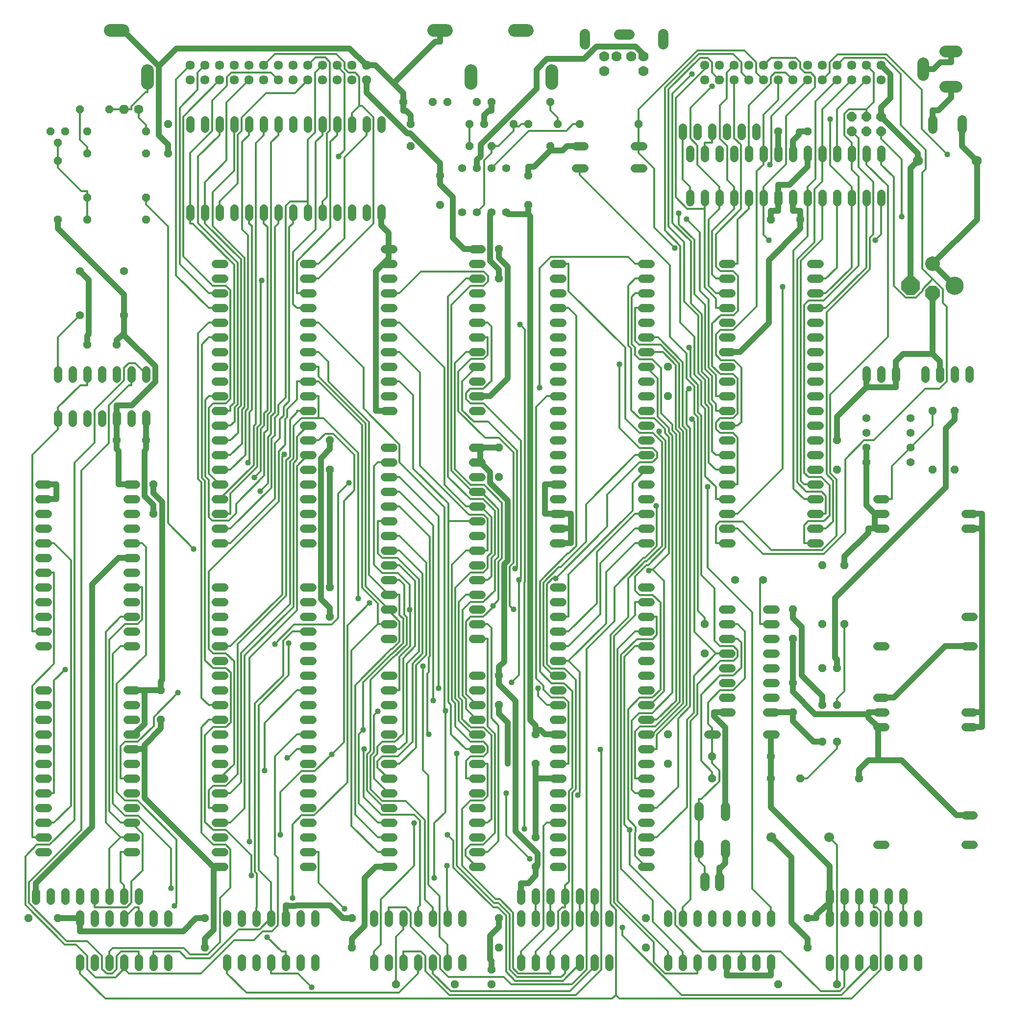
<source format=gbr>
G75*
%MOIN*%
%OFA0B0*%
%FSLAX24Y24*%
%IPPOS*%
%LPD*%
%AMOC8*
5,1,8,0,0,1.08239X$1,22.5*
%
%ADD10C,0.0560*%
%ADD11C,0.0560*%
%ADD12OC8,0.0560*%
%ADD13OC8,0.0630*%
%ADD14C,0.0630*%
%ADD15C,0.0634*%
%ADD16C,0.0640*%
%ADD17C,0.0866*%
%ADD18OC8,0.0640*%
%ADD19C,0.0673*%
%ADD20C,0.0700*%
%ADD21C,0.0700*%
%ADD22C,0.0787*%
%ADD23C,0.0680*%
%ADD24C,0.0555*%
%ADD25C,0.1000*%
%ADD26OC8,0.1000*%
%ADD27OC8,0.1240*%
%ADD28C,0.1240*%
%ADD29C,0.0400*%
%ADD30C,0.0400*%
%ADD31C,0.0120*%
D10*
X005100Y002820D02*
X005100Y003380D01*
X006100Y003380D02*
X006100Y002820D01*
X007100Y002820D02*
X007100Y003380D01*
X008100Y003380D02*
X008100Y002820D01*
X009100Y002820D02*
X009100Y003380D01*
X010100Y003380D02*
X010100Y002820D01*
X011100Y002820D02*
X011100Y003380D01*
X011100Y005820D02*
X011100Y006380D01*
X010100Y006380D02*
X010100Y005820D01*
X009100Y005820D02*
X009100Y006380D01*
X009100Y007320D02*
X009100Y007880D01*
X008100Y007880D02*
X008100Y007320D01*
X007100Y007320D02*
X007100Y007880D01*
X006100Y007880D02*
X006100Y007320D01*
X005100Y007320D02*
X005100Y007880D01*
X004100Y007880D02*
X004100Y007320D01*
X003100Y007320D02*
X003100Y007880D01*
X002100Y007880D02*
X002100Y007320D01*
X005100Y006380D02*
X005100Y005820D01*
X006100Y005820D02*
X006100Y006380D01*
X007100Y006380D02*
X007100Y005820D01*
X008100Y005820D02*
X008100Y006380D01*
X008320Y010600D02*
X008880Y010600D01*
X008880Y011600D02*
X008320Y011600D01*
X008320Y012600D02*
X008880Y012600D01*
X008880Y013600D02*
X008320Y013600D01*
X008320Y014600D02*
X008880Y014600D01*
X008880Y015600D02*
X008320Y015600D01*
X008320Y016600D02*
X008880Y016600D01*
X008880Y017600D02*
X008320Y017600D01*
X008320Y018600D02*
X008880Y018600D01*
X008880Y019600D02*
X008320Y019600D01*
X008320Y020600D02*
X008880Y020600D01*
X008880Y021600D02*
X008320Y021600D01*
X008320Y024600D02*
X008880Y024600D01*
X008880Y025600D02*
X008320Y025600D01*
X008320Y026600D02*
X008880Y026600D01*
X008880Y027600D02*
X008320Y027600D01*
X008320Y028600D02*
X008880Y028600D01*
X008880Y029600D02*
X008320Y029600D01*
X008320Y030600D02*
X008880Y030600D01*
X008880Y031600D02*
X008320Y031600D01*
X008320Y032600D02*
X008880Y032600D01*
X008880Y033600D02*
X008320Y033600D01*
X008320Y034600D02*
X008880Y034600D01*
X008880Y035600D02*
X008320Y035600D01*
X008600Y039820D02*
X008600Y040380D01*
X007600Y040380D02*
X007600Y039820D01*
X006600Y039820D02*
X006600Y040380D01*
X005600Y040380D02*
X005600Y039820D01*
X004600Y039820D02*
X004600Y040380D01*
X003600Y040380D02*
X003600Y039820D01*
X003600Y042820D02*
X003600Y043380D01*
X004600Y043380D02*
X004600Y042820D01*
X005600Y042820D02*
X005600Y043380D01*
X006600Y043380D02*
X006600Y042820D01*
X007600Y042820D02*
X007600Y043380D01*
X008600Y043380D02*
X008600Y042820D01*
X009600Y042820D02*
X009600Y043380D01*
X009600Y040380D02*
X009600Y039820D01*
X014320Y039600D02*
X014880Y039600D01*
X014880Y040600D02*
X014320Y040600D01*
X014320Y041600D02*
X014880Y041600D01*
X014880Y042600D02*
X014320Y042600D01*
X014320Y043600D02*
X014880Y043600D01*
X014880Y044600D02*
X014320Y044600D01*
X014320Y045600D02*
X014880Y045600D01*
X014880Y046600D02*
X014320Y046600D01*
X014320Y047600D02*
X014880Y047600D01*
X014880Y048600D02*
X014320Y048600D01*
X014320Y049600D02*
X014880Y049600D01*
X014880Y050600D02*
X014320Y050600D01*
X014600Y053820D02*
X014600Y054380D01*
X015600Y054380D02*
X015600Y053820D01*
X016600Y053820D02*
X016600Y054380D01*
X017600Y054380D02*
X017600Y053820D01*
X018600Y053820D02*
X018600Y054380D01*
X019600Y054380D02*
X019600Y053820D01*
X020600Y053820D02*
X020600Y054380D01*
X021600Y054380D02*
X021600Y053820D01*
X022600Y053820D02*
X022600Y054380D01*
X023600Y054380D02*
X023600Y053820D01*
X024600Y053820D02*
X024600Y054380D01*
X025600Y054380D02*
X025600Y053820D01*
X025820Y051600D02*
X026380Y051600D01*
X026380Y050600D02*
X025820Y050600D01*
X025820Y049600D02*
X026380Y049600D01*
X026380Y048600D02*
X025820Y048600D01*
X025820Y047600D02*
X026380Y047600D01*
X026380Y046600D02*
X025820Y046600D01*
X025820Y045600D02*
X026380Y045600D01*
X026380Y044600D02*
X025820Y044600D01*
X025820Y043600D02*
X026380Y043600D01*
X026380Y042600D02*
X025820Y042600D01*
X025820Y041600D02*
X026380Y041600D01*
X026380Y040600D02*
X025820Y040600D01*
X025820Y038100D02*
X026380Y038100D01*
X026380Y037100D02*
X025820Y037100D01*
X025820Y036100D02*
X026380Y036100D01*
X026380Y035100D02*
X025820Y035100D01*
X025820Y034100D02*
X026380Y034100D01*
X026380Y033100D02*
X025820Y033100D01*
X025820Y032100D02*
X026380Y032100D01*
X026380Y031100D02*
X025820Y031100D01*
X025820Y030100D02*
X026380Y030100D01*
X026380Y029100D02*
X025820Y029100D01*
X025820Y028100D02*
X026380Y028100D01*
X026380Y027100D02*
X025820Y027100D01*
X025820Y026100D02*
X026380Y026100D01*
X026380Y025100D02*
X025820Y025100D01*
X025820Y022600D02*
X026380Y022600D01*
X026380Y021600D02*
X025820Y021600D01*
X025820Y020600D02*
X026380Y020600D01*
X026380Y019600D02*
X025820Y019600D01*
X025820Y018600D02*
X026380Y018600D01*
X026380Y017600D02*
X025820Y017600D01*
X025820Y016600D02*
X026380Y016600D01*
X026380Y015600D02*
X025820Y015600D01*
X025820Y014600D02*
X026380Y014600D01*
X026380Y013600D02*
X025820Y013600D01*
X025820Y012600D02*
X026380Y012600D01*
X026380Y011600D02*
X025820Y011600D01*
X025820Y010600D02*
X026380Y010600D01*
X026380Y009600D02*
X025820Y009600D01*
X026100Y006380D02*
X026100Y005820D01*
X027100Y005820D02*
X027100Y006380D01*
X028100Y006380D02*
X028100Y005820D01*
X029100Y005820D02*
X029100Y006380D01*
X030100Y006380D02*
X030100Y005820D01*
X031100Y005820D02*
X031100Y006380D01*
X031100Y003380D02*
X031100Y002820D01*
X030100Y002820D02*
X030100Y003380D01*
X029100Y003380D02*
X029100Y002820D01*
X028100Y002820D02*
X028100Y003380D01*
X027100Y003380D02*
X027100Y002820D01*
X026100Y002820D02*
X026100Y003380D01*
X025100Y003380D02*
X025100Y002820D01*
X025100Y005820D02*
X025100Y006380D01*
X021100Y006380D02*
X021100Y005820D01*
X020100Y005820D02*
X020100Y006380D01*
X019100Y006380D02*
X019100Y005820D01*
X018100Y005820D02*
X018100Y006380D01*
X017100Y006380D02*
X017100Y005820D01*
X016100Y005820D02*
X016100Y006380D01*
X015100Y006380D02*
X015100Y005820D01*
X015100Y003380D02*
X015100Y002820D01*
X016100Y002820D02*
X016100Y003380D01*
X017100Y003380D02*
X017100Y002820D01*
X018100Y002820D02*
X018100Y003380D01*
X019100Y003380D02*
X019100Y002820D01*
X020100Y002820D02*
X020100Y003380D01*
X021100Y003380D02*
X021100Y002820D01*
X020880Y009600D02*
X020320Y009600D01*
X020320Y010600D02*
X020880Y010600D01*
X020880Y011600D02*
X020320Y011600D01*
X020320Y012600D02*
X020880Y012600D01*
X020880Y013600D02*
X020320Y013600D01*
X020320Y014600D02*
X020880Y014600D01*
X020880Y015600D02*
X020320Y015600D01*
X020320Y016600D02*
X020880Y016600D01*
X020880Y017600D02*
X020320Y017600D01*
X020320Y018600D02*
X020880Y018600D01*
X020880Y019600D02*
X020320Y019600D01*
X020320Y020600D02*
X020880Y020600D01*
X020880Y021600D02*
X020320Y021600D01*
X020320Y022600D02*
X020880Y022600D01*
X020880Y023600D02*
X020320Y023600D01*
X020320Y024600D02*
X020880Y024600D01*
X020880Y025600D02*
X020320Y025600D01*
X020320Y026600D02*
X020880Y026600D01*
X020880Y027600D02*
X020320Y027600D01*
X020320Y028600D02*
X020880Y028600D01*
X020880Y031600D02*
X020320Y031600D01*
X020320Y032600D02*
X020880Y032600D01*
X020880Y033600D02*
X020320Y033600D01*
X020320Y034600D02*
X020880Y034600D01*
X020880Y035600D02*
X020320Y035600D01*
X020320Y036600D02*
X020880Y036600D01*
X020880Y037600D02*
X020320Y037600D01*
X020320Y038600D02*
X020880Y038600D01*
X020880Y039600D02*
X020320Y039600D01*
X020320Y040600D02*
X020880Y040600D01*
X020880Y041600D02*
X020320Y041600D01*
X020320Y042600D02*
X020880Y042600D01*
X020880Y043600D02*
X020320Y043600D01*
X020320Y044600D02*
X020880Y044600D01*
X020880Y045600D02*
X020320Y045600D01*
X020320Y046600D02*
X020880Y046600D01*
X020880Y047600D02*
X020320Y047600D01*
X020320Y048600D02*
X020880Y048600D01*
X020880Y049600D02*
X020320Y049600D01*
X020320Y050600D02*
X020880Y050600D01*
X013600Y053820D02*
X013600Y054380D01*
X012600Y054380D02*
X012600Y053820D01*
X012600Y059820D02*
X012600Y060380D01*
X013600Y060380D02*
X013600Y059820D01*
X014600Y059820D02*
X014600Y060380D01*
X015600Y060380D02*
X015600Y059820D01*
X016600Y059820D02*
X016600Y060380D01*
X017600Y060380D02*
X017600Y059820D01*
X018600Y059820D02*
X018600Y060380D01*
X019600Y060380D02*
X019600Y059820D01*
X020600Y059820D02*
X020600Y060380D01*
X021600Y060380D02*
X021600Y059820D01*
X022600Y059820D02*
X022600Y060380D01*
X023600Y060380D02*
X023600Y059820D01*
X024600Y059820D02*
X024600Y060380D01*
X025600Y060380D02*
X025600Y059820D01*
X031820Y051600D02*
X032380Y051600D01*
X032380Y050600D02*
X031820Y050600D01*
X031820Y049600D02*
X032380Y049600D01*
X032380Y048600D02*
X031820Y048600D01*
X031820Y047600D02*
X032380Y047600D01*
X032380Y046600D02*
X031820Y046600D01*
X031820Y045600D02*
X032380Y045600D01*
X032380Y044600D02*
X031820Y044600D01*
X031820Y043600D02*
X032380Y043600D01*
X032380Y042600D02*
X031820Y042600D01*
X031820Y041600D02*
X032380Y041600D01*
X032380Y040600D02*
X031820Y040600D01*
X031820Y038100D02*
X032380Y038100D01*
X032380Y037100D02*
X031820Y037100D01*
X031820Y036100D02*
X032380Y036100D01*
X032380Y035100D02*
X031820Y035100D01*
X031820Y034100D02*
X032380Y034100D01*
X032380Y033100D02*
X031820Y033100D01*
X031820Y032100D02*
X032380Y032100D01*
X032380Y031100D02*
X031820Y031100D01*
X031820Y030100D02*
X032380Y030100D01*
X032380Y029100D02*
X031820Y029100D01*
X031820Y028100D02*
X032380Y028100D01*
X032380Y027100D02*
X031820Y027100D01*
X031820Y026100D02*
X032380Y026100D01*
X032380Y025100D02*
X031820Y025100D01*
X031820Y022600D02*
X032380Y022600D01*
X032380Y021600D02*
X031820Y021600D01*
X031820Y020600D02*
X032380Y020600D01*
X032380Y019600D02*
X031820Y019600D01*
X031820Y018600D02*
X032380Y018600D01*
X032380Y017600D02*
X031820Y017600D01*
X031820Y016600D02*
X032380Y016600D01*
X032380Y015600D02*
X031820Y015600D01*
X031820Y014600D02*
X032380Y014600D01*
X032380Y013600D02*
X031820Y013600D01*
X031820Y012600D02*
X032380Y012600D01*
X032380Y011600D02*
X031820Y011600D01*
X031820Y010600D02*
X032380Y010600D01*
X032380Y009600D02*
X031820Y009600D01*
X035100Y007880D02*
X035100Y007320D01*
X036100Y007320D02*
X036100Y007880D01*
X037100Y007880D02*
X037100Y007320D01*
X038100Y007320D02*
X038100Y007880D01*
X039100Y007880D02*
X039100Y007320D01*
X040100Y007320D02*
X040100Y007880D01*
X040100Y006380D02*
X040100Y005820D01*
X039100Y005820D02*
X039100Y006380D01*
X038100Y006380D02*
X038100Y005820D01*
X037100Y005820D02*
X037100Y006380D01*
X036100Y006380D02*
X036100Y005820D01*
X035100Y005820D02*
X035100Y006380D01*
X035100Y003380D02*
X035100Y002820D01*
X036100Y002820D02*
X036100Y003380D01*
X037100Y003380D02*
X037100Y002820D01*
X038100Y002820D02*
X038100Y003380D01*
X039100Y003380D02*
X039100Y002820D01*
X040100Y002820D02*
X040100Y003380D01*
X041100Y003380D02*
X041100Y002820D01*
X041100Y005820D02*
X041100Y006380D01*
X043320Y009600D02*
X043880Y009600D01*
X043880Y010600D02*
X043320Y010600D01*
X043320Y011600D02*
X043880Y011600D01*
X043880Y012600D02*
X043320Y012600D01*
X043320Y013600D02*
X043880Y013600D01*
X043880Y014600D02*
X043320Y014600D01*
X043320Y015600D02*
X043880Y015600D01*
X043880Y016600D02*
X043320Y016600D01*
X043320Y017600D02*
X043880Y017600D01*
X043880Y018600D02*
X043320Y018600D01*
X043320Y019600D02*
X043880Y019600D01*
X043880Y020600D02*
X043320Y020600D01*
X043320Y021600D02*
X043880Y021600D01*
X043880Y022600D02*
X043320Y022600D01*
X043320Y023600D02*
X043880Y023600D01*
X043880Y024600D02*
X043320Y024600D01*
X043320Y025600D02*
X043880Y025600D01*
X043880Y026600D02*
X043320Y026600D01*
X043320Y027600D02*
X043880Y027600D01*
X043880Y028600D02*
X043320Y028600D01*
X043320Y031600D02*
X043880Y031600D01*
X043880Y032600D02*
X043320Y032600D01*
X043320Y033600D02*
X043880Y033600D01*
X043880Y034600D02*
X043320Y034600D01*
X043320Y035600D02*
X043880Y035600D01*
X043880Y036600D02*
X043320Y036600D01*
X043320Y037600D02*
X043880Y037600D01*
X043880Y038600D02*
X043320Y038600D01*
X043320Y039600D02*
X043880Y039600D01*
X043880Y040600D02*
X043320Y040600D01*
X043320Y041600D02*
X043880Y041600D01*
X043880Y042600D02*
X043320Y042600D01*
X043320Y043600D02*
X043880Y043600D01*
X043880Y044600D02*
X043320Y044600D01*
X043320Y045600D02*
X043880Y045600D01*
X043880Y046600D02*
X043320Y046600D01*
X043320Y047600D02*
X043880Y047600D01*
X043880Y048600D02*
X043320Y048600D01*
X043320Y049600D02*
X043880Y049600D01*
X043880Y050600D02*
X043320Y050600D01*
X046600Y054820D02*
X046600Y055380D01*
X047600Y055380D02*
X047600Y054820D01*
X048600Y054820D02*
X048600Y055380D01*
X049600Y055380D02*
X049600Y054820D01*
X050600Y054820D02*
X050600Y055380D01*
X051600Y055380D02*
X051600Y054820D01*
X052600Y054820D02*
X052600Y055380D01*
X053600Y055380D02*
X053600Y054820D01*
X054600Y054820D02*
X054600Y055380D01*
X055600Y055380D02*
X055600Y054820D01*
X056600Y054820D02*
X056600Y055380D01*
X057600Y055380D02*
X057600Y054820D01*
X058600Y054820D02*
X058600Y055380D01*
X059600Y055380D02*
X059600Y054820D01*
X059600Y057820D02*
X059600Y058380D01*
X058600Y058380D02*
X058600Y057820D01*
X057600Y057820D02*
X057600Y058380D01*
X056600Y058380D02*
X056600Y057820D01*
X055600Y057820D02*
X055600Y058380D01*
X054600Y058380D02*
X054600Y057820D01*
X053600Y057820D02*
X053600Y058380D01*
X052600Y058380D02*
X052600Y057820D01*
X051600Y057820D02*
X051600Y058380D01*
X050600Y058380D02*
X050600Y057820D01*
X049600Y057820D02*
X049600Y058380D01*
X048600Y058380D02*
X048600Y057820D01*
X047600Y057820D02*
X047600Y058380D01*
X046600Y058380D02*
X046600Y057820D01*
X046100Y059320D02*
X046100Y059880D01*
X047100Y059880D02*
X047100Y059320D01*
X048100Y059320D02*
X048100Y059880D01*
X049100Y059880D02*
X049100Y059320D01*
X050100Y059320D02*
X050100Y059880D01*
X051100Y059880D02*
X051100Y059320D01*
X043380Y058600D02*
X042820Y058600D01*
X042820Y057100D02*
X043380Y057100D01*
X039380Y057100D02*
X038820Y057100D01*
X038820Y058600D02*
X039380Y058600D01*
X037880Y050600D02*
X037320Y050600D01*
X037320Y049600D02*
X037880Y049600D01*
X037880Y048600D02*
X037320Y048600D01*
X037320Y047600D02*
X037880Y047600D01*
X037880Y046600D02*
X037320Y046600D01*
X037320Y045600D02*
X037880Y045600D01*
X037880Y044600D02*
X037320Y044600D01*
X037320Y043600D02*
X037880Y043600D01*
X037880Y042600D02*
X037320Y042600D01*
X037320Y041600D02*
X037880Y041600D01*
X037880Y040600D02*
X037320Y040600D01*
X037320Y039600D02*
X037880Y039600D01*
X037880Y038600D02*
X037320Y038600D01*
X037320Y037600D02*
X037880Y037600D01*
X037880Y036600D02*
X037320Y036600D01*
X037320Y035600D02*
X037880Y035600D01*
X037880Y034600D02*
X037320Y034600D01*
X037320Y033600D02*
X037880Y033600D01*
X037880Y032600D02*
X037320Y032600D01*
X037320Y031600D02*
X037880Y031600D01*
X037880Y028600D02*
X037320Y028600D01*
X037320Y027600D02*
X037880Y027600D01*
X037880Y026600D02*
X037320Y026600D01*
X037320Y025600D02*
X037880Y025600D01*
X037880Y024600D02*
X037320Y024600D01*
X037320Y023600D02*
X037880Y023600D01*
X037880Y022600D02*
X037320Y022600D01*
X037320Y021600D02*
X037880Y021600D01*
X037880Y020600D02*
X037320Y020600D01*
X037320Y019600D02*
X037880Y019600D01*
X037880Y018600D02*
X037320Y018600D01*
X037320Y017600D02*
X037880Y017600D01*
X037880Y016600D02*
X037320Y016600D01*
X037320Y015600D02*
X037880Y015600D01*
X037880Y014600D02*
X037320Y014600D01*
X037320Y013600D02*
X037880Y013600D01*
X037880Y012600D02*
X037320Y012600D01*
X037320Y011600D02*
X037880Y011600D01*
X037880Y010600D02*
X037320Y010600D01*
X037320Y009600D02*
X037880Y009600D01*
X045100Y006380D02*
X045100Y005820D01*
X046100Y005820D02*
X046100Y006380D01*
X047100Y006380D02*
X047100Y005820D01*
X048100Y005820D02*
X048100Y006380D01*
X049100Y006380D02*
X049100Y005820D01*
X050100Y005820D02*
X050100Y006380D01*
X051100Y006380D02*
X051100Y005820D01*
X052100Y005820D02*
X052100Y006380D01*
X052100Y003380D02*
X052100Y002820D01*
X051100Y002820D02*
X051100Y003380D01*
X050100Y003380D02*
X050100Y002820D01*
X049100Y002820D02*
X049100Y003380D01*
X048100Y003380D02*
X048100Y002820D01*
X047100Y002820D02*
X047100Y003380D01*
X046100Y003380D02*
X046100Y002820D01*
X045100Y002820D02*
X045100Y003380D01*
X056100Y003380D02*
X056100Y002820D01*
X057100Y002820D02*
X057100Y003380D01*
X058100Y003380D02*
X058100Y002820D01*
X059100Y002820D02*
X059100Y003380D01*
X060100Y003380D02*
X060100Y002820D01*
X061100Y002820D02*
X061100Y003380D01*
X062100Y003380D02*
X062100Y002820D01*
X062100Y005820D02*
X062100Y006380D01*
X061100Y006380D02*
X061100Y005820D01*
X060100Y005820D02*
X060100Y006380D01*
X060100Y007320D02*
X060100Y007880D01*
X061100Y007880D02*
X061100Y007320D01*
X059100Y007320D02*
X059100Y007880D01*
X058100Y007880D02*
X058100Y007320D01*
X058100Y006380D02*
X058100Y005820D01*
X059100Y005820D02*
X059100Y006380D01*
X057100Y006380D02*
X057100Y005820D01*
X056100Y005820D02*
X056100Y006380D01*
X056100Y007320D02*
X056100Y007880D01*
X057100Y007880D02*
X057100Y007320D01*
X052380Y018600D02*
X051820Y018600D01*
X051820Y020100D02*
X052380Y020100D01*
X052380Y021100D02*
X051820Y021100D01*
X051820Y022100D02*
X052380Y022100D01*
X052380Y023100D02*
X051820Y023100D01*
X051820Y024100D02*
X052380Y024100D01*
X052380Y025100D02*
X051820Y025100D01*
X051820Y026100D02*
X052380Y026100D01*
X052380Y027100D02*
X051820Y027100D01*
X049380Y027100D02*
X048820Y027100D01*
X048820Y026100D02*
X049380Y026100D01*
X049380Y025100D02*
X048820Y025100D01*
X048820Y024100D02*
X049380Y024100D01*
X049380Y023100D02*
X048820Y023100D01*
X048820Y022100D02*
X049380Y022100D01*
X049380Y021100D02*
X048820Y021100D01*
X048820Y020100D02*
X049380Y020100D01*
X048380Y018600D02*
X047820Y018600D01*
X048820Y031600D02*
X049380Y031600D01*
X049380Y032600D02*
X048820Y032600D01*
X048820Y033600D02*
X049380Y033600D01*
X049380Y034600D02*
X048820Y034600D01*
X048820Y035600D02*
X049380Y035600D01*
X049380Y036600D02*
X048820Y036600D01*
X048820Y037600D02*
X049380Y037600D01*
X049380Y038600D02*
X048820Y038600D01*
X048820Y039600D02*
X049380Y039600D01*
X049380Y040600D02*
X048820Y040600D01*
X048820Y041600D02*
X049380Y041600D01*
X049380Y042600D02*
X048820Y042600D01*
X048820Y043600D02*
X049380Y043600D01*
X049380Y044600D02*
X048820Y044600D01*
X048820Y045600D02*
X049380Y045600D01*
X049380Y046600D02*
X048820Y046600D01*
X048820Y047600D02*
X049380Y047600D01*
X049380Y048600D02*
X048820Y048600D01*
X048820Y049600D02*
X049380Y049600D01*
X049380Y050600D02*
X048820Y050600D01*
X054820Y050600D02*
X055380Y050600D01*
X055380Y049600D02*
X054820Y049600D01*
X054820Y048600D02*
X055380Y048600D01*
X055380Y047600D02*
X054820Y047600D01*
X054820Y046600D02*
X055380Y046600D01*
X055380Y045600D02*
X054820Y045600D01*
X054820Y044600D02*
X055380Y044600D01*
X055380Y043600D02*
X054820Y043600D01*
X054820Y042600D02*
X055380Y042600D01*
X055380Y041600D02*
X054820Y041600D01*
X054820Y040600D02*
X055380Y040600D01*
X055380Y039600D02*
X054820Y039600D01*
X054820Y038600D02*
X055380Y038600D01*
X055380Y037600D02*
X054820Y037600D01*
X054820Y036600D02*
X055380Y036600D01*
X055380Y035600D02*
X054820Y035600D01*
X054820Y034600D02*
X055380Y034600D01*
X055380Y033600D02*
X054820Y033600D01*
X054820Y032600D02*
X055380Y032600D01*
X055380Y031600D02*
X054820Y031600D01*
X014880Y031600D02*
X014320Y031600D01*
X014320Y032600D02*
X014880Y032600D01*
X014880Y033600D02*
X014320Y033600D01*
X014320Y034600D02*
X014880Y034600D01*
X014880Y035600D02*
X014320Y035600D01*
X014320Y036600D02*
X014880Y036600D01*
X014880Y037600D02*
X014320Y037600D01*
X014320Y038600D02*
X014880Y038600D01*
X014880Y028600D02*
X014320Y028600D01*
X014320Y027600D02*
X014880Y027600D01*
X014880Y026600D02*
X014320Y026600D01*
X014320Y025600D02*
X014880Y025600D01*
X014880Y024600D02*
X014320Y024600D01*
X014320Y023600D02*
X014880Y023600D01*
X014880Y022600D02*
X014320Y022600D01*
X014320Y021600D02*
X014880Y021600D01*
X014880Y020600D02*
X014320Y020600D01*
X014320Y019600D02*
X014880Y019600D01*
X014880Y018600D02*
X014320Y018600D01*
X014320Y017600D02*
X014880Y017600D01*
X014880Y016600D02*
X014320Y016600D01*
X014320Y015600D02*
X014880Y015600D01*
X014880Y014600D02*
X014320Y014600D01*
X014320Y013600D02*
X014880Y013600D01*
X014880Y012600D02*
X014320Y012600D01*
X014320Y011600D02*
X014880Y011600D01*
X014880Y010600D02*
X014320Y010600D01*
X014320Y009600D02*
X014880Y009600D01*
X002880Y010600D02*
X002320Y010600D01*
X002320Y011600D02*
X002880Y011600D01*
X002880Y012600D02*
X002320Y012600D01*
X002320Y013600D02*
X002880Y013600D01*
X002880Y014600D02*
X002320Y014600D01*
X002320Y015600D02*
X002880Y015600D01*
X002880Y016600D02*
X002320Y016600D01*
X002320Y017600D02*
X002880Y017600D01*
X002880Y018600D02*
X002320Y018600D01*
X002320Y019600D02*
X002880Y019600D01*
X002880Y020600D02*
X002320Y020600D01*
X002320Y021600D02*
X002880Y021600D01*
X002880Y024600D02*
X002320Y024600D01*
X002320Y025600D02*
X002880Y025600D01*
X002880Y026600D02*
X002320Y026600D01*
X002320Y027600D02*
X002880Y027600D01*
X002880Y028600D02*
X002320Y028600D01*
X002320Y029600D02*
X002880Y029600D01*
X002880Y030600D02*
X002320Y030600D01*
X002320Y031600D02*
X002880Y031600D01*
X002880Y032600D02*
X002320Y032600D01*
X002320Y033600D02*
X002880Y033600D01*
X002880Y034600D02*
X002320Y034600D01*
X002320Y035600D02*
X002880Y035600D01*
D11*
X005100Y047100D03*
X005100Y050100D03*
X008100Y050100D03*
X008100Y047100D03*
X031100Y054100D03*
X032100Y054100D03*
X033100Y054100D03*
X034100Y054100D03*
X034100Y057100D03*
X033100Y057100D03*
X032100Y057100D03*
X031100Y057100D03*
X049650Y029100D03*
X051550Y029100D03*
X058600Y037100D03*
X058600Y038100D03*
X058600Y039100D03*
X058600Y040100D03*
X061600Y040100D03*
X061600Y039100D03*
X061600Y038100D03*
X061600Y037100D03*
D12*
X063100Y036600D03*
X064600Y036600D03*
X064600Y040600D03*
X063100Y040600D03*
X056600Y038600D03*
X056600Y036600D03*
X057100Y030100D03*
X055600Y030100D03*
X053600Y027100D03*
X053600Y025100D03*
X055600Y026100D03*
X057100Y026100D03*
X056600Y023100D03*
X055600Y023100D03*
X053600Y022100D03*
X053600Y020100D03*
X055600Y020600D03*
X056600Y020600D03*
X056600Y018100D03*
X055600Y018100D03*
X054100Y015600D03*
X052100Y015600D03*
X052100Y017100D03*
X048100Y017100D03*
X048100Y015600D03*
X045100Y016600D03*
X045100Y018600D03*
X047600Y024100D03*
X047600Y026100D03*
X058100Y015600D03*
X054600Y006100D03*
X054600Y004100D03*
X052600Y001600D03*
X056600Y001600D03*
X043600Y004100D03*
X043600Y006100D03*
X036100Y009600D03*
X036100Y011600D03*
X036100Y016600D03*
X036100Y018600D03*
X033600Y020600D03*
X033600Y022600D03*
X022100Y026600D03*
X022100Y028600D03*
X022100Y036600D03*
X022100Y038600D03*
X033600Y038100D03*
X033600Y036100D03*
X045100Y041600D03*
X045100Y043600D03*
X052100Y053600D03*
X054100Y053600D03*
X054600Y059600D03*
X052600Y059600D03*
X043100Y060100D03*
X039100Y060100D03*
X037600Y060100D03*
X037100Y058600D03*
X035600Y060100D03*
X034600Y060100D03*
X033100Y058600D03*
X031600Y058600D03*
X031600Y060100D03*
X032600Y060100D03*
X032100Y061600D03*
X033100Y061600D03*
X030100Y061600D03*
X029100Y061600D03*
X027600Y060100D03*
X027600Y058600D03*
X029600Y056600D03*
X029600Y054600D03*
X033600Y051600D03*
X033600Y049600D03*
X035600Y054600D03*
X035600Y056600D03*
X037100Y061600D03*
X027100Y061600D03*
X011100Y060100D03*
X009600Y059600D03*
X009600Y058100D03*
X011100Y058100D03*
X009600Y055100D03*
X009600Y053600D03*
X005600Y053600D03*
X005600Y055100D03*
X003600Y053600D03*
X003600Y057600D03*
X003600Y058850D03*
X003100Y059600D03*
X004100Y059600D03*
X005600Y059600D03*
X005600Y058100D03*
X005100Y061100D03*
X007100Y061100D03*
X007600Y045100D03*
X005600Y045100D03*
X007600Y038600D03*
X009600Y038600D03*
X010100Y035600D03*
X010100Y033600D03*
X010600Y021600D03*
X010600Y019600D03*
X013600Y006100D03*
X013600Y004100D03*
X003600Y006100D03*
X001600Y006100D03*
X023600Y006100D03*
X023600Y004100D03*
X026600Y001600D03*
X030600Y001600D03*
X033100Y001600D03*
X033100Y002600D03*
X033600Y004100D03*
X033600Y006100D03*
D13*
X008100Y061100D03*
D14*
X009100Y061100D03*
D15*
X012600Y063100D03*
X012600Y064100D03*
X013600Y064100D03*
X013600Y063100D03*
X014600Y063100D03*
X014600Y064100D03*
X015600Y064100D03*
X015600Y063100D03*
X016600Y063100D03*
X016600Y064100D03*
X017600Y064100D03*
X017600Y063100D03*
X018600Y063100D03*
X018600Y064100D03*
X019600Y064100D03*
X019600Y063100D03*
X020600Y063100D03*
X020600Y064100D03*
X021600Y064100D03*
X021600Y063100D03*
X022600Y063100D03*
X022600Y064100D03*
X023600Y064100D03*
X023600Y063100D03*
X024600Y063100D03*
X024600Y064100D03*
X047600Y064100D03*
X047600Y063100D03*
X048600Y063100D03*
X048600Y064100D03*
X049600Y064100D03*
X049600Y063100D03*
X050600Y063100D03*
X050600Y064100D03*
X051600Y064100D03*
X051600Y063100D03*
X052600Y063100D03*
X052600Y064100D03*
X053600Y064100D03*
X053600Y063100D03*
X054600Y063100D03*
X054600Y064100D03*
X055600Y064100D03*
X055600Y063100D03*
X056600Y063100D03*
X056600Y064100D03*
X057600Y064100D03*
X057600Y063100D03*
X058600Y063100D03*
X058600Y064100D03*
X059600Y064100D03*
X059600Y063100D03*
D16*
X063100Y060420D02*
X063100Y059780D01*
X065100Y059780D02*
X065100Y060420D01*
X048990Y013700D02*
X048990Y013060D01*
X047210Y013060D02*
X047210Y013700D01*
X047210Y011140D02*
X047210Y010500D01*
X047600Y008920D02*
X047600Y008280D01*
X048600Y008280D02*
X048600Y008920D01*
X048990Y010500D02*
X048990Y011140D01*
D17*
X037187Y062893D02*
X037187Y063759D01*
X035533Y066475D02*
X034667Y066475D01*
X031687Y063759D02*
X031687Y062893D01*
X030033Y066475D02*
X029167Y066475D01*
X009687Y063759D02*
X009687Y062893D01*
X008033Y066475D02*
X007167Y066475D01*
D18*
X057600Y060600D03*
X057600Y059600D03*
X058600Y059600D03*
X058600Y060600D03*
X059600Y060600D03*
X059600Y059600D03*
D19*
X056069Y011600D03*
X052131Y011600D03*
D20*
X044757Y065535D02*
X044757Y066235D01*
X042450Y066200D02*
X041750Y066200D01*
X039443Y066235D02*
X039443Y065535D01*
D21*
X040761Y064704D03*
X041588Y064704D03*
X042612Y064704D03*
X043439Y064704D03*
X043439Y063719D03*
X040761Y063719D03*
D22*
X062460Y063456D02*
X062460Y064244D01*
X063956Y065031D02*
X064744Y065031D01*
X064744Y062630D02*
X063956Y062630D01*
D23*
X062100Y057600D03*
X066100Y057600D03*
D24*
X065600Y043377D02*
X065600Y042823D01*
X064600Y042823D02*
X064600Y043377D01*
X063600Y043377D02*
X063600Y042823D01*
X062600Y042823D02*
X062600Y043377D01*
X060600Y043377D02*
X060600Y042823D01*
X059600Y042823D02*
X059600Y043377D01*
X058600Y043377D02*
X058600Y042823D01*
X059323Y034600D02*
X059877Y034600D01*
X059877Y033600D02*
X059323Y033600D01*
X059323Y032600D02*
X059877Y032600D01*
X065323Y032600D02*
X065877Y032600D01*
X065877Y033600D02*
X065323Y033600D01*
X065323Y026600D02*
X065877Y026600D01*
X065877Y024600D02*
X065323Y024600D01*
X065323Y020100D02*
X065877Y020100D01*
X065877Y019100D02*
X065323Y019100D01*
X059877Y019100D02*
X059323Y019100D01*
X059323Y020100D02*
X059877Y020100D01*
X059877Y021100D02*
X059323Y021100D01*
X059323Y024600D02*
X059877Y024600D01*
X065323Y013100D02*
X065877Y013100D01*
X065877Y011100D02*
X065323Y011100D01*
X059877Y011100D02*
X059323Y011100D01*
D25*
X063100Y050600D03*
D26*
X063100Y048600D03*
D27*
X061600Y049100D03*
D28*
X064600Y049100D03*
D29*
X063100Y050600D01*
X066121Y053621D01*
X066121Y057579D01*
X066100Y057600D01*
X065100Y058600D01*
X065100Y060100D01*
X063494Y061060D02*
X064350Y061916D01*
X064350Y062630D01*
X064350Y064317D02*
X063641Y064317D01*
X063174Y063850D01*
X062460Y063850D01*
X064350Y064317D02*
X064350Y065031D01*
X063494Y061060D02*
X063100Y061060D01*
X063100Y060100D01*
X062100Y058100D02*
X062100Y057600D01*
X061600Y057100D01*
X061600Y050040D01*
X061600Y049100D01*
X063100Y048600D02*
X063100Y047780D01*
X063100Y044475D01*
X063600Y043975D01*
X063600Y043100D01*
X063100Y044475D02*
X061100Y044475D01*
X060600Y043975D01*
X060600Y043100D01*
X060600Y042225D01*
X058600Y042225D01*
X056600Y040225D01*
X056600Y038600D01*
X058600Y038100D02*
X058600Y037100D01*
X058600Y034163D01*
X059163Y033600D01*
X059163Y032600D01*
X058725Y032600D01*
X058725Y032325D01*
X057100Y030700D01*
X057100Y030100D01*
X056475Y027886D02*
X056475Y023825D01*
X056600Y023700D01*
X056600Y023100D01*
X055600Y021200D02*
X055600Y020600D01*
X055600Y021200D02*
X054200Y022600D01*
X054200Y025900D01*
X053600Y026500D01*
X053600Y027100D01*
X053600Y025100D02*
X053600Y022100D01*
X053600Y021500D01*
X055107Y019993D01*
X058725Y019993D01*
X058725Y019756D01*
X059381Y019100D01*
X059600Y019100D01*
X059381Y019100D02*
X059381Y016841D01*
X058741Y016841D01*
X058100Y016200D01*
X058100Y015600D01*
X059381Y016841D02*
X060984Y016841D01*
X064725Y013100D01*
X065600Y013100D01*
X065600Y019100D02*
X066475Y019100D01*
X066475Y020100D01*
X066475Y032600D01*
X065600Y032600D01*
X066475Y032600D02*
X066475Y033600D01*
X065600Y033600D01*
X064000Y035411D02*
X056475Y027886D01*
X059163Y032600D02*
X059600Y032600D01*
X059600Y033600D02*
X059163Y033600D01*
X064000Y035411D02*
X064000Y039400D01*
X064600Y040000D01*
X064600Y040600D01*
X058600Y042225D02*
X058600Y042355D01*
X058600Y043100D01*
X051951Y046571D02*
X051951Y050851D01*
X054100Y053000D01*
X054100Y053600D01*
X054100Y054200D01*
X054080Y054220D01*
X053600Y054220D01*
X053600Y055100D01*
X052600Y055100D02*
X052600Y055980D01*
X053360Y055980D01*
X054600Y057220D01*
X054600Y058100D01*
X053600Y058980D02*
X054000Y059380D01*
X054000Y059600D01*
X054600Y059600D01*
X053600Y058980D02*
X053600Y058100D01*
X052600Y058100D02*
X052600Y059600D01*
X052600Y055100D02*
X052600Y054980D01*
X052600Y054220D01*
X052120Y054220D01*
X052100Y054200D01*
X052100Y053600D01*
X051951Y046571D02*
X049980Y044600D01*
X049100Y044600D01*
X038480Y033600D02*
X037910Y033600D01*
X037600Y033600D01*
X036720Y033600D01*
X036720Y035600D01*
X037600Y035600D01*
X038480Y033600D02*
X038480Y032600D01*
X038480Y031600D01*
X037600Y031600D01*
X037600Y032600D02*
X038480Y032600D01*
X035736Y028811D02*
X035736Y053831D01*
X035584Y053984D01*
X034216Y053984D01*
X034100Y054100D01*
X033100Y054100D02*
X032990Y053990D01*
X032990Y050810D01*
X033600Y050200D01*
X033600Y049600D01*
X034200Y050400D02*
X033600Y051000D01*
X033600Y051600D01*
X034200Y050400D02*
X034200Y042820D01*
X032980Y041600D01*
X032100Y041600D01*
X032100Y038100D02*
X032320Y038100D01*
X032320Y037100D01*
X032990Y036430D01*
X032990Y035705D01*
X034182Y034513D01*
X034182Y030415D01*
X033949Y030182D01*
X033949Y023549D01*
X033600Y023200D01*
X033600Y022900D01*
X033600Y022600D01*
X033600Y022000D01*
X034723Y020877D01*
X034723Y012013D01*
X036217Y010519D01*
X036217Y009717D01*
X036100Y009600D01*
X036100Y009000D01*
X035580Y008480D01*
X035100Y008480D01*
X035100Y007600D01*
X033600Y006100D02*
X033600Y005500D01*
X032996Y004896D01*
X032996Y003304D01*
X033100Y003200D01*
X033100Y002600D01*
X026100Y009600D02*
X025220Y009600D01*
X024463Y008843D01*
X024463Y005563D01*
X023600Y004700D01*
X023600Y004100D01*
X023600Y006100D02*
X023000Y006100D01*
X022120Y006980D01*
X019820Y006980D01*
X019775Y006935D01*
X019344Y006935D01*
X019344Y006935D01*
X019336Y006935D01*
X019316Y006955D01*
X019271Y006955D01*
X019246Y006980D01*
X019100Y006980D01*
X019100Y006100D01*
X014600Y009600D02*
X014160Y009600D01*
X009480Y014280D01*
X009480Y017600D01*
X008600Y017600D01*
X009480Y017600D02*
X009480Y017880D01*
X010600Y019000D01*
X010600Y019600D01*
X009480Y019324D02*
X008756Y018600D01*
X008600Y018600D01*
X009480Y019324D02*
X009480Y021600D01*
X010000Y021600D01*
X010600Y021600D01*
X010600Y022200D01*
X010700Y022300D01*
X010700Y034400D01*
X010100Y035000D01*
X010100Y035600D01*
X009490Y034810D02*
X009490Y037890D01*
X009600Y038000D01*
X009600Y038600D01*
X009600Y040100D01*
X008616Y040980D02*
X007600Y040980D01*
X007600Y040100D01*
X007600Y038600D01*
X007600Y038000D01*
X007720Y037880D01*
X007720Y035600D01*
X008600Y035600D01*
X009490Y034810D02*
X010100Y034200D01*
X010100Y033600D01*
X008600Y030600D02*
X007720Y030600D01*
X005928Y028808D01*
X005928Y012308D01*
X002100Y008480D01*
X002100Y007600D01*
X003600Y006100D02*
X004200Y006100D01*
X005100Y006100D01*
X005100Y005220D01*
X012120Y005220D01*
X013000Y006100D01*
X013600Y006100D01*
X014205Y005305D02*
X014205Y009555D01*
X014160Y009600D01*
X014205Y005305D02*
X013600Y004700D01*
X013600Y004100D01*
X009480Y021600D02*
X008600Y021600D01*
X003480Y034600D02*
X002600Y034600D01*
X002600Y035600D02*
X003480Y035600D01*
X003480Y034600D01*
X008616Y040980D02*
X010213Y042577D01*
X010213Y043631D01*
X008022Y045822D01*
X008100Y045900D01*
X008100Y047100D01*
X008100Y048500D01*
X003600Y053000D01*
X003600Y053600D01*
X005100Y050100D02*
X005701Y049499D01*
X005701Y045801D01*
X005600Y045700D01*
X005600Y045100D01*
X007600Y045100D02*
X007600Y045400D01*
X008022Y045822D01*
X011100Y058100D02*
X011100Y058700D01*
X010450Y059350D01*
X010450Y064061D01*
X011649Y065260D01*
X023440Y065260D01*
X024600Y064100D01*
X025200Y064100D01*
X026420Y062880D01*
X029262Y065722D01*
X029600Y065722D01*
X029600Y066475D01*
X026420Y062880D02*
X027100Y062200D01*
X027100Y061600D01*
X027100Y061000D01*
X027300Y061000D01*
X027600Y060700D01*
X027600Y060100D01*
X027571Y059491D02*
X029600Y057461D01*
X029600Y056600D01*
X029600Y056000D01*
X030450Y055150D01*
X030450Y052370D01*
X031220Y051600D01*
X032100Y051600D01*
X035584Y053984D02*
X035600Y054000D01*
X035600Y054600D01*
X035600Y056600D02*
X035600Y057200D01*
X036000Y057200D01*
X037100Y058300D01*
X037920Y058300D01*
X038220Y058600D01*
X039100Y058600D01*
X037100Y058600D02*
X037100Y058300D01*
X036153Y062502D02*
X036153Y063816D01*
X036870Y064533D01*
X039392Y064533D01*
X040232Y065374D01*
X042894Y065374D01*
X043439Y064830D01*
X043439Y064704D01*
X036153Y062502D02*
X032350Y058699D01*
X032350Y057927D01*
X032100Y057677D01*
X032100Y057100D01*
X032600Y060100D02*
X032600Y060700D01*
X032900Y061000D01*
X033100Y061000D01*
X033100Y061600D01*
X027571Y059491D02*
X027361Y059491D01*
X024600Y062251D01*
X024600Y063100D01*
X025600Y054100D02*
X025600Y053220D01*
X026100Y052720D01*
X026100Y051600D01*
X026100Y050975D01*
X025725Y050600D01*
X025220Y050095D01*
X025220Y040600D01*
X026100Y040600D01*
X022100Y038600D02*
X022100Y038000D01*
X021490Y037390D01*
X021490Y027810D01*
X022100Y027200D01*
X022100Y026600D01*
X022100Y028600D02*
X022100Y036600D01*
X032100Y037100D02*
X032320Y037100D01*
X032320Y038100D02*
X033000Y038100D01*
X033600Y038100D01*
X035736Y028811D02*
X035726Y028802D01*
X035726Y019574D01*
X036100Y019200D01*
X036100Y018900D01*
X036420Y018900D01*
X036720Y018600D01*
X037600Y018600D01*
X036100Y018600D02*
X036100Y018900D01*
X034190Y019410D02*
X033600Y020000D01*
X033600Y020600D01*
X034190Y019410D02*
X034190Y016600D01*
X036100Y016600D02*
X036100Y016000D01*
X036100Y015600D01*
X036720Y015600D01*
X037600Y015600D01*
X036100Y015600D02*
X036100Y011600D01*
X048220Y019851D02*
X048990Y019081D01*
X048990Y013380D01*
X048990Y010820D02*
X048990Y009860D01*
X048690Y009560D01*
X048600Y009560D01*
X048600Y008600D01*
X052131Y011600D02*
X053480Y010251D01*
X053480Y005820D01*
X054600Y004700D01*
X054600Y004100D01*
X054600Y006100D02*
X055200Y006100D01*
X055200Y006330D01*
X055850Y006980D01*
X056100Y006980D01*
X056100Y006100D01*
X056100Y006980D02*
X056100Y007600D01*
X056100Y009657D01*
X052100Y013657D01*
X052100Y015600D01*
X052100Y017100D01*
X052100Y018600D01*
X053600Y019500D02*
X055000Y018100D01*
X055600Y018100D01*
X053600Y019500D02*
X053600Y020100D01*
X052980Y020100D01*
X052100Y020100D01*
X049100Y020100D02*
X048220Y020100D01*
X048220Y019851D01*
X058725Y019993D02*
X058725Y020100D01*
X059600Y020100D01*
X059600Y021100D02*
X060475Y021100D01*
X063975Y024600D01*
X065600Y024600D01*
X065600Y020100D02*
X066345Y020100D01*
X066475Y020100D01*
X052100Y003100D02*
X052100Y002220D01*
X049100Y002220D01*
X049100Y003100D01*
X026100Y050600D02*
X025725Y050600D01*
X010450Y064061D02*
X008036Y066475D01*
X007600Y066475D01*
X059600Y064100D02*
X060238Y063462D01*
X060238Y061878D01*
X059600Y061240D01*
X059600Y060600D01*
X062100Y058100D01*
D30*
X064081Y058052D03*
X061005Y053821D03*
X059207Y052205D03*
X052902Y049059D03*
X051977Y052205D03*
X052030Y057345D03*
X056123Y060457D03*
X048101Y062683D03*
X046730Y063525D03*
X045835Y054053D03*
X046371Y053630D03*
X045564Y051666D03*
X046530Y044895D03*
X046513Y042119D03*
X046726Y040035D03*
X044504Y039206D03*
X047800Y035452D03*
X044290Y034150D03*
X043783Y029729D03*
X037446Y029201D03*
X034976Y029126D03*
X034709Y029867D03*
X033190Y027350D03*
X034582Y027100D03*
X034464Y022140D03*
X036246Y021750D03*
X040482Y017565D03*
X038970Y014481D03*
X042508Y012121D03*
X041980Y005476D03*
X035697Y010140D03*
X035343Y012162D03*
X034080Y014600D03*
X034190Y016600D03*
X030738Y017299D03*
X028826Y018620D03*
X029956Y020196D03*
X029123Y020907D03*
X029506Y021733D03*
X028437Y023239D03*
X025364Y020183D03*
X024358Y018915D03*
X024439Y017599D03*
X022214Y017242D03*
X019179Y017009D03*
X017651Y016130D03*
X018739Y011768D03*
X016620Y011318D03*
X016749Y009002D03*
X019551Y007477D03*
X017834Y004826D03*
X020871Y001425D03*
X023107Y006734D03*
X027845Y012565D03*
X030082Y011791D03*
X030071Y009692D03*
X029192Y008851D03*
X019309Y024820D03*
X018359Y024750D03*
X024016Y027858D03*
X024803Y027533D03*
X027527Y027075D03*
X023379Y035702D03*
X018998Y037649D03*
X016536Y037078D03*
X016964Y036077D03*
X017350Y035153D03*
X012839Y031210D03*
X004094Y023026D03*
X011777Y021428D03*
X011296Y008131D03*
X011539Y006928D03*
X036368Y042171D03*
X035017Y046484D03*
X041810Y043770D03*
X022684Y057924D03*
X017473Y049479D03*
D31*
X001387Y007007D02*
X004073Y004320D01*
X004823Y004320D01*
X005600Y003543D01*
X005600Y002642D01*
X006149Y002093D01*
X007520Y002093D01*
X008100Y002674D01*
X008100Y003100D01*
X008100Y002674D02*
X008416Y002358D01*
X013337Y002358D01*
X015592Y004614D01*
X016927Y004614D01*
X017519Y005206D01*
X018146Y005206D01*
X018562Y005623D01*
X018562Y010201D01*
X018359Y010405D01*
X018359Y017099D01*
X019860Y018600D01*
X020600Y018600D01*
X020600Y017600D02*
X019860Y017600D01*
X019269Y017009D01*
X019179Y017009D01*
X020169Y016100D02*
X018739Y014670D01*
X018739Y011768D01*
X019551Y012483D02*
X019551Y007477D01*
X018100Y006840D02*
X018100Y006100D01*
X018074Y006100D01*
X017326Y005352D01*
X015879Y005352D01*
X013921Y003394D01*
X012334Y003394D01*
X011888Y003840D01*
X010100Y003840D01*
X010100Y003100D01*
X009100Y003100D02*
X009100Y003840D01*
X007909Y003840D01*
X007600Y003531D01*
X007600Y002641D01*
X007293Y002333D01*
X006932Y002333D01*
X006610Y002655D01*
X006610Y003529D01*
X005579Y004560D01*
X004209Y004560D01*
X001627Y007143D01*
X001627Y008544D01*
X005201Y012118D01*
X005201Y036543D01*
X007060Y038403D01*
X007060Y040981D01*
X008439Y042360D01*
X008600Y042360D01*
X008600Y043100D01*
X008100Y042668D02*
X008100Y043531D01*
X008417Y043848D01*
X008852Y043848D01*
X009600Y043100D01*
X008100Y042668D02*
X006100Y040668D01*
X006100Y038458D01*
X004721Y037079D01*
X004721Y012781D01*
X003040Y011100D01*
X002168Y011100D01*
X001387Y010319D01*
X001387Y007007D01*
X005100Y003100D02*
X005100Y002360D01*
X006830Y000630D01*
X041308Y000630D01*
X041568Y000890D01*
X041808Y000650D01*
X057601Y000650D01*
X059560Y002609D01*
X059560Y006591D01*
X059291Y006860D01*
X059100Y006860D01*
X059100Y007600D01*
X058100Y007600D02*
X058100Y006100D01*
X057100Y006100D02*
X057100Y007600D01*
X060100Y007600D02*
X060100Y006100D01*
X061100Y006100D02*
X061100Y007600D01*
X059100Y003100D02*
X056890Y000890D01*
X046025Y000890D01*
X041980Y004935D01*
X041980Y005476D01*
X041980Y005476D01*
X041568Y006693D02*
X041568Y000890D01*
X040571Y002620D02*
X038828Y000878D01*
X030234Y000878D01*
X028600Y002512D01*
X028600Y003531D01*
X028291Y003840D01*
X027100Y003840D01*
X027100Y003100D01*
X028100Y003100D02*
X028100Y002360D01*
X026785Y001044D01*
X016415Y001044D01*
X015100Y002360D01*
X015100Y003100D01*
X013789Y003636D02*
X014640Y004487D01*
X014640Y007474D01*
X015341Y008175D01*
X015341Y010793D01*
X015034Y011100D01*
X014167Y011100D01*
X013350Y011917D01*
X013350Y019090D01*
X013860Y019600D01*
X014600Y019600D01*
X015038Y019100D02*
X014158Y019100D01*
X013599Y018541D01*
X013599Y012659D01*
X014158Y012100D01*
X015040Y012100D01*
X016749Y010391D01*
X016749Y009002D01*
X017010Y009279D02*
X017010Y020701D01*
X018929Y022620D01*
X018929Y024978D01*
X019551Y025600D01*
X019860Y025600D01*
X020600Y025600D01*
X019678Y026070D02*
X018359Y024750D01*
X019309Y024820D02*
X019309Y022640D01*
X017250Y020581D01*
X017250Y009378D01*
X018100Y008528D01*
X018100Y006840D01*
X017129Y006869D02*
X017129Y009159D01*
X017010Y009279D01*
X016620Y011318D02*
X016620Y023806D01*
X019860Y027046D01*
X019860Y036860D01*
X020600Y037600D01*
X019860Y037295D02*
X019860Y038860D01*
X020600Y039600D01*
X020151Y040100D02*
X021340Y040100D01*
X021340Y041600D01*
X020600Y041600D01*
X019860Y041365D02*
X019860Y042600D01*
X020600Y042600D01*
X020720Y042600D01*
X021340Y042600D01*
X024287Y039653D01*
X024287Y028586D01*
X025360Y027514D01*
X025360Y026100D01*
X026100Y026100D01*
X025360Y026100D02*
X023576Y024316D01*
X023576Y012384D01*
X025360Y010600D01*
X026100Y010600D01*
X026100Y011600D02*
X025360Y011600D01*
X023816Y013144D01*
X023816Y021952D01*
X026261Y024398D01*
X026328Y024398D01*
X026840Y024909D01*
X026840Y026291D01*
X026031Y027100D01*
X026100Y027100D01*
X026031Y027100D02*
X026031Y027182D01*
X024528Y028686D01*
X024528Y039752D01*
X021340Y042940D01*
X021340Y043600D01*
X020600Y043600D01*
X020600Y044600D02*
X021340Y044600D01*
X021997Y043943D01*
X021997Y042622D01*
X024768Y039852D01*
X024768Y029432D01*
X026100Y028100D01*
X026220Y028100D01*
X026840Y028100D01*
X026840Y026717D01*
X027080Y026477D01*
X027080Y024810D01*
X026343Y024073D01*
X026279Y024073D01*
X024358Y022151D01*
X024358Y018915D01*
X024056Y018613D01*
X024056Y013904D01*
X025360Y012600D01*
X026100Y012600D01*
X025603Y013139D02*
X027828Y013139D01*
X028233Y012734D01*
X028233Y006973D01*
X028100Y006840D01*
X028100Y006100D01*
X027610Y006523D02*
X027610Y005530D01*
X029600Y003540D01*
X029600Y002663D01*
X030163Y002100D01*
X033933Y002100D01*
X034434Y001599D01*
X038557Y001599D01*
X039566Y002608D01*
X039566Y024409D01*
X041453Y026297D01*
X041453Y028615D01*
X043443Y030606D01*
X043543Y030606D01*
X044340Y031403D01*
X044340Y034101D01*
X044290Y034150D01*
X043600Y033600D02*
X042860Y033600D01*
X040267Y031007D01*
X040267Y027527D01*
X038340Y025600D01*
X037600Y025600D01*
X037600Y024600D02*
X038340Y024600D01*
X040507Y026767D01*
X040507Y030247D01*
X042860Y032600D01*
X043600Y032600D01*
X043600Y031600D02*
X042860Y031600D01*
X040895Y029635D01*
X040895Y026155D01*
X038340Y023600D01*
X037600Y023600D01*
X037177Y023065D02*
X038071Y023065D01*
X038838Y022298D01*
X038838Y014887D01*
X038588Y014637D01*
X038588Y005328D01*
X037100Y003840D01*
X037100Y003100D01*
X037100Y002980D01*
X037100Y002360D01*
X034906Y002360D01*
X034561Y002705D01*
X034561Y006493D01*
X033658Y007396D01*
X033370Y007396D01*
X031100Y009666D01*
X031100Y013551D01*
X031648Y014100D01*
X032531Y014100D01*
X032840Y014409D01*
X032840Y016600D01*
X032100Y016600D01*
X032548Y017100D02*
X032842Y017394D01*
X032842Y017810D01*
X032552Y018100D01*
X031661Y018100D01*
X030632Y019129D01*
X030632Y020697D01*
X030392Y020937D01*
X030392Y030132D01*
X031360Y031100D01*
X032100Y031100D01*
X032840Y031100D01*
X032840Y033291D01*
X032571Y033560D01*
X031560Y033560D01*
X028245Y036875D01*
X028245Y043195D01*
X026840Y044600D01*
X026100Y044600D01*
X026100Y046600D02*
X026840Y046600D01*
X029882Y043558D01*
X029882Y035578D01*
X031360Y034100D01*
X032100Y034100D01*
X032371Y034100D01*
X033082Y033389D01*
X033082Y030938D01*
X032840Y030696D01*
X032840Y029898D01*
X032542Y029600D01*
X031648Y029600D01*
X030632Y028584D01*
X030632Y021036D01*
X030872Y020796D01*
X030872Y019537D01*
X031809Y018600D01*
X032100Y018600D01*
X031693Y019065D02*
X031112Y019646D01*
X031112Y020895D01*
X030878Y021129D01*
X030878Y027618D01*
X031360Y028100D01*
X032100Y028100D01*
X032541Y027600D02*
X031653Y027600D01*
X031118Y027065D01*
X031118Y021229D01*
X031352Y020995D01*
X031352Y020348D01*
X032100Y019600D01*
X031693Y019065D02*
X032567Y019065D01*
X033082Y018549D01*
X033082Y012842D01*
X032840Y012600D01*
X032100Y012600D01*
X033336Y011895D02*
X033336Y018635D01*
X032840Y019131D01*
X032840Y025100D01*
X032100Y025100D01*
X032100Y026100D02*
X032840Y026100D01*
X033080Y025860D01*
X033080Y019718D01*
X033576Y019222D01*
X033576Y011336D01*
X032840Y010600D01*
X032100Y010600D01*
X032541Y011100D02*
X031649Y011100D01*
X031340Y010791D01*
X031340Y010360D01*
X032100Y009600D01*
X030738Y009665D02*
X030738Y017299D01*
X031360Y017600D02*
X030343Y018617D01*
X030343Y020617D01*
X030149Y020810D01*
X030149Y033100D01*
X031360Y033100D01*
X032100Y033100D01*
X033322Y033811D02*
X033322Y030839D01*
X033089Y030606D01*
X033089Y029349D01*
X032840Y029100D01*
X032100Y029100D01*
X033329Y028388D02*
X033329Y030439D01*
X033562Y030672D01*
X033562Y033927D01*
X032389Y035100D01*
X032100Y035100D01*
X031803Y035100D01*
X030362Y036541D01*
X030362Y047806D01*
X031657Y049100D01*
X032547Y049100D01*
X032856Y049408D01*
X032856Y049780D01*
X032573Y050063D01*
X028303Y050063D01*
X026840Y048600D01*
X026100Y048600D01*
X030122Y048362D02*
X030122Y036125D01*
X031648Y034600D01*
X032534Y034600D01*
X033322Y033811D01*
X033802Y034356D02*
X033802Y030573D01*
X033569Y030339D01*
X033569Y027729D01*
X033190Y027350D01*
X033190Y027254D01*
X032536Y026600D01*
X031666Y026600D01*
X031358Y026292D01*
X031358Y021342D01*
X032100Y020600D01*
X034464Y022140D02*
X034976Y022652D01*
X034976Y029126D01*
X035089Y029240D01*
X035089Y038563D01*
X032552Y041100D01*
X031646Y041100D01*
X031348Y041398D01*
X031348Y041812D01*
X031636Y042100D01*
X032545Y042100D01*
X033081Y042636D01*
X033081Y046359D01*
X032840Y046600D01*
X032100Y046600D01*
X032100Y045600D02*
X032840Y045600D01*
X032840Y044408D01*
X032572Y044140D01*
X031694Y044140D01*
X030842Y043288D01*
X030842Y040583D01*
X032654Y038772D01*
X033601Y038772D01*
X034582Y037790D01*
X034582Y030278D01*
X034329Y030024D01*
X034329Y027353D01*
X034582Y027100D01*
X033329Y028388D02*
X032541Y027600D01*
X034709Y029867D02*
X034836Y029994D01*
X034836Y037906D01*
X032869Y039873D01*
X031892Y039873D01*
X031107Y040658D01*
X031107Y042607D01*
X032100Y043600D01*
X032100Y044600D02*
X031360Y044600D01*
X030602Y043842D01*
X030602Y036640D01*
X031677Y035565D01*
X032593Y035565D01*
X033802Y034356D01*
X030149Y034311D02*
X030149Y033100D01*
X029506Y033434D02*
X026840Y036100D01*
X026100Y036100D01*
X026100Y037100D02*
X025360Y037100D01*
X025105Y036845D01*
X025105Y030131D01*
X025672Y029565D01*
X026735Y029565D01*
X027527Y028773D01*
X027527Y027075D01*
X027560Y027042D01*
X027560Y024611D01*
X026840Y023891D01*
X026840Y021600D01*
X026100Y021600D01*
X024851Y022300D02*
X024851Y017464D01*
X024625Y017238D01*
X024625Y014778D01*
X025803Y013600D01*
X026100Y013600D01*
X025678Y014065D02*
X027276Y014065D01*
X028560Y012780D01*
X028560Y007380D01*
X029100Y006840D01*
X029100Y006100D01*
X030100Y006100D02*
X030100Y006840D01*
X030071Y006870D01*
X030071Y009692D01*
X030498Y009556D02*
X030498Y011376D01*
X030082Y011791D01*
X029192Y012562D02*
X029956Y013326D01*
X029956Y020196D01*
X029909Y020243D01*
X029909Y034051D01*
X026840Y037121D01*
X026840Y038320D01*
X024398Y040762D01*
X024398Y043542D01*
X021340Y046600D01*
X020600Y046600D01*
X020600Y047600D02*
X019860Y047600D01*
X019600Y047860D01*
X019600Y051397D01*
X021140Y052937D01*
X021140Y058900D01*
X021600Y059360D01*
X021600Y060100D01*
X022100Y059669D02*
X021900Y059469D01*
X021900Y055140D01*
X021600Y054840D01*
X021600Y054100D01*
X020600Y054100D02*
X020600Y054840D01*
X020600Y059060D01*
X021100Y059560D01*
X021100Y063600D01*
X021600Y064100D01*
X022100Y064324D02*
X021796Y064628D01*
X021128Y064628D01*
X020600Y064100D01*
X020600Y063100D02*
X019717Y062217D01*
X017777Y062217D01*
X016100Y060540D01*
X016100Y059640D01*
X015840Y059380D01*
X015840Y056080D01*
X014600Y054840D01*
X014600Y054100D01*
X014117Y053186D02*
X014117Y055474D01*
X015600Y056956D01*
X015600Y059360D01*
X015600Y060100D01*
X014600Y060100D02*
X014600Y059360D01*
X013138Y057898D01*
X013138Y053369D01*
X015820Y050687D01*
X015820Y041061D01*
X015613Y040854D01*
X015613Y039873D01*
X015340Y039600D01*
X014600Y039600D01*
X014600Y040600D02*
X015340Y040600D01*
X015340Y040920D01*
X015580Y041161D01*
X015580Y050551D01*
X012771Y053360D01*
X012600Y053360D01*
X012600Y054100D01*
X012600Y058140D01*
X014100Y059640D01*
X014100Y061719D01*
X015103Y062723D01*
X015103Y063307D01*
X015397Y063600D01*
X018100Y063600D01*
X018600Y063100D01*
X017600Y064100D02*
X018371Y064871D01*
X022544Y064871D01*
X023103Y064312D01*
X023103Y063872D01*
X023378Y063597D01*
X023828Y063597D01*
X024100Y063325D01*
X024100Y061340D01*
X023600Y060840D01*
X023600Y060100D01*
X022600Y060100D02*
X022600Y059360D01*
X022140Y058900D01*
X022140Y053072D01*
X019860Y050792D01*
X019860Y048600D01*
X020600Y048600D01*
X020600Y049600D02*
X021340Y049600D01*
X025076Y053336D01*
X025076Y060563D01*
X024300Y061340D01*
X024100Y061340D01*
X024600Y060100D02*
X024600Y059360D01*
X023100Y057860D01*
X023100Y052360D01*
X021340Y050600D01*
X020600Y050600D01*
X019340Y053100D02*
X019340Y041279D01*
X018952Y040892D01*
X018952Y040272D01*
X018712Y040032D01*
X018712Y038756D01*
X018377Y038421D01*
X018377Y034637D01*
X015340Y031600D01*
X014600Y031600D01*
X014600Y032600D02*
X015340Y032600D01*
X018122Y035382D01*
X018122Y038727D01*
X018352Y038958D01*
X018352Y040132D01*
X018592Y040372D01*
X018592Y041007D01*
X019100Y041515D01*
X019100Y054532D01*
X019408Y054840D01*
X020600Y054840D01*
X019600Y054100D02*
X019600Y053360D01*
X019340Y053100D01*
X018600Y053360D02*
X018600Y054100D01*
X018600Y053360D02*
X018352Y053112D01*
X018352Y040471D01*
X018112Y040231D01*
X018112Y039057D01*
X017882Y038827D01*
X017882Y035684D01*
X017350Y035153D01*
X016964Y036077D02*
X017402Y036514D01*
X017402Y039365D01*
X017632Y039595D01*
X017632Y040430D01*
X017853Y040651D01*
X017853Y053107D01*
X017600Y053360D01*
X017600Y054100D01*
X016600Y054100D02*
X016600Y053360D01*
X016780Y053180D01*
X016780Y040663D01*
X016620Y040504D01*
X016620Y037163D01*
X016536Y037078D01*
X016922Y036922D02*
X014600Y034600D01*
X015340Y034990D02*
X015340Y033600D01*
X014600Y033600D01*
X014111Y033136D02*
X013860Y033387D01*
X013860Y035920D01*
X013620Y036161D01*
X013620Y041360D01*
X013860Y041600D01*
X014600Y041600D01*
X015032Y041100D02*
X014160Y041100D01*
X013860Y040800D01*
X013860Y036340D01*
X014600Y035600D01*
X015340Y034990D02*
X017162Y036812D01*
X017162Y039464D01*
X017392Y039695D01*
X017392Y049398D01*
X017473Y049479D01*
X016300Y051003D02*
X014117Y053186D01*
X013600Y053360D02*
X013600Y054100D01*
X013600Y056161D01*
X015078Y057639D01*
X015078Y061578D01*
X016600Y063100D01*
X014600Y063100D02*
X012119Y060619D01*
X012119Y051124D01*
X014142Y049100D01*
X015041Y049100D01*
X015340Y048801D01*
X015340Y041408D01*
X015032Y041100D01*
X015864Y040765D02*
X016060Y040962D01*
X016060Y050900D01*
X013600Y053360D01*
X011080Y053160D02*
X009600Y054640D01*
X009600Y055100D01*
X011080Y053160D02*
X011080Y032969D01*
X012839Y031210D01*
X013854Y029681D02*
X018617Y034444D01*
X018617Y037859D01*
X019072Y038314D01*
X019072Y040053D01*
X019193Y040173D01*
X019193Y040697D01*
X019860Y041365D01*
X019860Y040600D02*
X020600Y040600D01*
X020151Y040100D02*
X019620Y039569D01*
X019620Y037394D01*
X019380Y037154D01*
X019380Y027469D01*
X016071Y024159D01*
X016071Y015331D01*
X015340Y014600D01*
X014600Y014600D01*
X015032Y015100D02*
X014151Y015100D01*
X013860Y014809D01*
X013860Y013600D01*
X014600Y013600D01*
X014600Y012600D02*
X015340Y012600D01*
X016311Y013571D01*
X016311Y023974D01*
X019620Y027284D01*
X019620Y037055D01*
X019860Y037295D01*
X019380Y037493D02*
X019140Y037253D01*
X019140Y028060D01*
X015831Y024751D01*
X015831Y015899D01*
X015032Y015100D01*
X014600Y015600D02*
X015591Y016591D01*
X015591Y023564D01*
X015044Y024110D01*
X014154Y024110D01*
X013854Y024411D01*
X013854Y029681D01*
X014111Y033136D02*
X015216Y033136D01*
X015720Y033640D01*
X015720Y034291D01*
X017642Y036213D01*
X017642Y039096D01*
X017872Y039326D01*
X017872Y040331D01*
X018112Y040571D01*
X018112Y058872D01*
X018600Y059360D01*
X018600Y060100D01*
X017600Y060100D02*
X017600Y059360D01*
X017061Y058821D01*
X017061Y039703D01*
X016922Y039564D01*
X016922Y036922D01*
X016367Y037627D02*
X015340Y036600D01*
X014600Y036600D01*
X014600Y037600D02*
X015340Y037600D01*
X016119Y038379D01*
X016119Y040681D01*
X016300Y040862D01*
X016300Y051003D01*
X016540Y052540D02*
X016140Y052941D01*
X016140Y058900D01*
X016600Y059360D01*
X016600Y060100D01*
X013100Y062447D02*
X013100Y063600D01*
X013600Y064100D01*
X012600Y064100D02*
X011639Y063139D01*
X011639Y049821D01*
X013860Y047600D01*
X014600Y047600D01*
X014600Y048600D02*
X013860Y048600D01*
X011879Y050581D01*
X011879Y061226D01*
X013100Y062447D01*
X009687Y062279D02*
X009687Y063326D01*
X009687Y062279D02*
X009572Y062279D01*
X008595Y061302D01*
X008595Y061100D01*
X008100Y061100D01*
X007100Y061100D01*
X005100Y061100D02*
X005100Y059060D01*
X005600Y058560D01*
X005600Y058100D01*
X003600Y057600D02*
X003600Y057140D01*
X005180Y055560D01*
X005600Y055560D01*
X005600Y055100D01*
X005600Y053600D01*
X003600Y057600D02*
X003600Y058850D01*
X009100Y060560D02*
X009100Y061100D01*
X009100Y060560D02*
X009600Y060060D01*
X009600Y059600D01*
X016540Y052540D02*
X016540Y040763D01*
X016367Y040590D01*
X016367Y037627D01*
X015340Y038600D02*
X015864Y039123D01*
X015864Y040765D01*
X015340Y038600D02*
X014600Y038600D01*
X013380Y036061D02*
X013609Y035832D01*
X013609Y023652D01*
X014161Y023100D01*
X015045Y023100D01*
X015351Y022795D01*
X015351Y019413D01*
X015038Y019100D01*
X014600Y020600D02*
X013860Y020600D01*
X013369Y021091D01*
X013369Y035733D01*
X013140Y035962D01*
X013140Y045880D01*
X013860Y046600D01*
X014600Y046600D01*
X014600Y045600D02*
X013860Y045600D01*
X013380Y045120D01*
X013380Y036061D01*
X009340Y031600D02*
X008600Y031600D01*
X009340Y031600D02*
X009581Y031359D01*
X009581Y024026D01*
X007594Y022039D01*
X007594Y014666D01*
X008161Y014100D01*
X009034Y014100D01*
X011676Y011458D01*
X011676Y007065D01*
X011539Y006928D01*
X011296Y008131D02*
X011296Y010854D01*
X009060Y013090D01*
X008153Y013090D01*
X007335Y013907D01*
X007335Y024075D01*
X007860Y024600D01*
X008600Y024600D01*
X009043Y026100D02*
X008153Y026100D01*
X007095Y025042D01*
X007095Y013365D01*
X007860Y012600D01*
X008600Y012600D01*
X009348Y011852D01*
X009348Y009348D01*
X008600Y008599D01*
X008600Y007167D01*
X008293Y006860D01*
X006100Y006860D01*
X006100Y007600D01*
X007100Y007600D02*
X007100Y010840D01*
X007860Y011600D01*
X006854Y012606D01*
X006854Y025594D01*
X007860Y026600D01*
X008600Y026600D01*
X009043Y026100D02*
X009340Y026397D01*
X009340Y028600D01*
X008600Y028600D01*
X004481Y030459D02*
X003340Y031600D01*
X002600Y031600D01*
X002600Y029600D02*
X003340Y029600D01*
X003340Y023406D01*
X001860Y021926D01*
X001860Y011600D01*
X002600Y011600D01*
X002600Y012600D02*
X003340Y012600D01*
X004481Y013741D01*
X004481Y030459D01*
X002600Y025600D02*
X001860Y025600D01*
X001860Y037620D01*
X003600Y039360D01*
X003600Y040100D01*
X003600Y040840D01*
X005120Y042360D01*
X005600Y042360D01*
X005600Y043100D01*
X003600Y043100D02*
X003600Y045600D01*
X005100Y047100D01*
X018857Y037508D02*
X018998Y037649D01*
X018857Y037508D02*
X018857Y028117D01*
X015340Y024600D01*
X014600Y024600D01*
X011777Y021428D02*
X010119Y019771D01*
X010119Y019185D01*
X009034Y018100D01*
X008151Y018100D01*
X007860Y017809D01*
X007860Y015600D01*
X008600Y015600D01*
X008600Y011600D02*
X007860Y011600D01*
X007860Y010600D02*
X008600Y010600D01*
X007860Y010600D02*
X007860Y008580D01*
X008100Y008340D01*
X008100Y007600D01*
X008840Y006840D02*
X009100Y006840D01*
X009100Y006100D01*
X008840Y006840D02*
X008100Y006100D01*
X007344Y004084D02*
X007100Y003840D01*
X007100Y003100D01*
X007344Y004084D02*
X012153Y004084D01*
X012601Y003636D01*
X013789Y003636D01*
X017100Y006100D02*
X017100Y006840D01*
X017129Y006869D01*
X017834Y004826D02*
X018820Y003840D01*
X019100Y003840D01*
X019100Y003100D01*
X019936Y002360D02*
X020871Y001425D01*
X019936Y002360D02*
X018100Y002360D01*
X018100Y003100D01*
X023107Y006734D02*
X021340Y008501D01*
X021340Y010600D01*
X020600Y010600D01*
X019551Y012483D02*
X020168Y013100D01*
X021040Y013100D01*
X023286Y015346D01*
X023286Y026016D01*
X024803Y027533D01*
X024016Y027858D02*
X024016Y037733D01*
X021649Y040100D01*
X021340Y040100D01*
X021800Y039060D02*
X022320Y039060D01*
X023773Y037608D01*
X023773Y035219D01*
X023046Y034492D01*
X023046Y018074D01*
X022214Y017242D01*
X021072Y016100D01*
X020169Y016100D01*
X017651Y016130D02*
X017651Y019391D01*
X019860Y021600D01*
X020600Y021600D01*
X024851Y022300D02*
X026383Y023833D01*
X026442Y023833D01*
X027320Y024711D01*
X027320Y026576D01*
X027147Y026749D01*
X027147Y028793D01*
X026840Y029100D01*
X026100Y029100D01*
X026100Y030100D02*
X026840Y030100D01*
X027907Y029033D01*
X027907Y024619D01*
X027080Y023792D01*
X027080Y018642D01*
X026538Y018100D01*
X025659Y018100D01*
X025345Y017786D01*
X025345Y017280D01*
X025105Y017039D01*
X025105Y015595D01*
X026100Y014600D01*
X025678Y014065D02*
X024865Y014877D01*
X024865Y017139D01*
X025098Y017372D01*
X025098Y019917D01*
X025364Y020183D01*
X027320Y018080D02*
X027320Y023403D01*
X028148Y024231D01*
X028148Y029155D01*
X026703Y030600D01*
X025663Y030600D01*
X025360Y030903D01*
X025360Y033100D01*
X026100Y033100D01*
X026100Y034100D02*
X026840Y034100D01*
X028888Y032052D01*
X028888Y023902D01*
X028838Y023852D01*
X028838Y022850D01*
X028733Y022744D01*
X028733Y018713D01*
X028826Y018620D01*
X027957Y017717D02*
X027957Y023311D01*
X028648Y024001D01*
X028648Y030293D01*
X026840Y032100D01*
X026100Y032100D01*
X026100Y031100D02*
X026840Y031100D01*
X028407Y029533D01*
X028407Y024101D01*
X027717Y023410D01*
X027717Y018114D01*
X026714Y017110D01*
X025665Y017110D01*
X025345Y016791D01*
X025345Y016355D01*
X026100Y015600D01*
X026100Y016600D02*
X026840Y016600D01*
X027957Y017717D01*
X027320Y018080D02*
X026840Y017600D01*
X026100Y017600D01*
X024439Y017599D02*
X024385Y017545D01*
X024385Y014356D01*
X025603Y013139D01*
X027845Y012565D02*
X027845Y009679D01*
X025560Y007394D01*
X025560Y004300D01*
X025100Y003840D01*
X025100Y003100D01*
X026600Y001600D02*
X026600Y004860D01*
X027100Y005360D01*
X027100Y006100D01*
X027610Y006523D02*
X027293Y006840D01*
X026100Y006840D01*
X026100Y006100D01*
X028806Y008380D02*
X029560Y007626D01*
X029560Y004845D01*
X030100Y004305D01*
X030100Y003100D01*
X029100Y003100D02*
X029100Y002360D01*
X030331Y001128D01*
X038426Y001128D01*
X040100Y002803D01*
X040100Y003100D01*
X040571Y002620D02*
X040571Y017477D01*
X040482Y017565D01*
X038340Y016600D02*
X038340Y020800D01*
X038040Y021100D01*
X037168Y021100D01*
X036626Y021642D01*
X036626Y021909D01*
X036139Y022396D01*
X036139Y040879D01*
X036860Y041600D01*
X037600Y041600D01*
X036368Y042171D02*
X036368Y050311D01*
X037122Y051065D01*
X042395Y051065D01*
X042860Y050600D01*
X043600Y050600D01*
X043600Y049600D02*
X042860Y049600D01*
X042380Y049120D01*
X042380Y045061D01*
X042606Y044835D01*
X042606Y040654D01*
X043160Y040100D01*
X044148Y040100D01*
X044884Y039363D01*
X044884Y039095D01*
X045170Y038809D01*
X045170Y030895D01*
X044077Y029802D01*
X044840Y029039D01*
X044840Y021556D01*
X043884Y020600D01*
X043600Y020600D01*
X043165Y021100D02*
X042380Y020315D01*
X042380Y012838D01*
X042909Y012309D01*
X042909Y011962D01*
X042859Y011913D01*
X042859Y010341D01*
X043600Y009600D01*
X042508Y009733D02*
X045600Y006641D01*
X045600Y005660D01*
X047420Y003840D01*
X050100Y003840D01*
X050100Y003100D01*
X050100Y003840D02*
X052769Y003840D01*
X055479Y001130D01*
X056781Y001130D01*
X057100Y001449D01*
X057100Y003100D01*
X056600Y001600D02*
X056600Y011069D01*
X056069Y011600D01*
X054560Y015600D02*
X054100Y015600D01*
X054560Y015600D02*
X056600Y017640D01*
X056600Y018100D01*
X056600Y020600D02*
X056600Y021060D01*
X057100Y021560D01*
X057100Y026100D01*
X055705Y030883D02*
X057164Y032342D01*
X057164Y037326D01*
X058437Y038600D01*
X059091Y038600D01*
X062606Y042115D01*
X063564Y042115D01*
X064065Y042617D01*
X064065Y047665D01*
X063780Y047950D01*
X063780Y048882D01*
X063097Y049565D01*
X062398Y050264D01*
X062398Y056806D01*
X062629Y057037D01*
X062629Y058360D01*
X060942Y060047D01*
X060942Y063495D01*
X059838Y064598D01*
X057098Y064598D01*
X056600Y064100D01*
X056100Y064326D02*
X056100Y063600D01*
X055600Y063100D01*
X055100Y063325D02*
X055100Y062603D01*
X053140Y060643D01*
X053140Y057380D01*
X051600Y055840D01*
X051600Y055470D01*
X051600Y055100D01*
X051600Y052583D01*
X051977Y052205D01*
X053640Y051517D02*
X053640Y035320D01*
X054360Y034600D01*
X055100Y034600D01*
X055550Y035110D02*
X054498Y035110D01*
X053880Y035729D01*
X053880Y050904D01*
X055060Y052084D01*
X055060Y055683D01*
X055600Y056223D01*
X055600Y058100D01*
X055600Y061100D01*
X057600Y063100D01*
X056600Y063100D02*
X055132Y061632D01*
X055132Y056372D01*
X054600Y055840D01*
X054600Y055295D01*
X054600Y055100D01*
X054600Y052477D01*
X053640Y051517D01*
X054120Y050804D02*
X054120Y035840D01*
X054360Y035600D01*
X055100Y035600D01*
X055534Y036100D02*
X054653Y036100D01*
X054360Y036393D01*
X054360Y047820D01*
X054650Y048110D01*
X055690Y048110D01*
X058065Y050485D01*
X058065Y056545D01*
X057600Y057010D01*
X057600Y058100D01*
X057600Y058145D01*
X057600Y058840D01*
X057091Y059349D01*
X057091Y060808D01*
X057384Y061100D01*
X058600Y061100D01*
X059097Y061597D01*
X059097Y063603D01*
X058600Y064100D01*
X058600Y063100D02*
X056600Y061100D01*
X056600Y058100D01*
X056123Y057317D02*
X056123Y060457D01*
X057600Y059600D02*
X058060Y059140D01*
X058060Y057186D01*
X059076Y056169D01*
X059076Y052612D01*
X058827Y052363D01*
X058827Y050248D01*
X055887Y047308D01*
X055887Y036295D01*
X056333Y035850D01*
X056333Y033093D01*
X055840Y032600D01*
X055100Y032600D01*
X054644Y033100D02*
X054360Y032816D01*
X054360Y031600D01*
X055100Y031600D01*
X055598Y031133D02*
X052141Y031133D01*
X050206Y033067D01*
X048612Y033067D01*
X048360Y032815D01*
X048360Y031600D01*
X049100Y031600D01*
X049100Y032600D02*
X049840Y032600D01*
X051557Y030883D01*
X055705Y030883D01*
X055598Y031133D02*
X056574Y032109D01*
X056574Y035948D01*
X056133Y036389D01*
X056133Y041727D01*
X060063Y045656D01*
X060063Y055897D01*
X058600Y057360D01*
X058600Y058100D01*
X059600Y058100D02*
X059600Y057360D01*
X060447Y056513D01*
X060447Y049114D01*
X061266Y048296D01*
X061952Y048296D01*
X062420Y048764D01*
X062420Y048888D01*
X063097Y049565D01*
X059600Y052598D02*
X059207Y052205D01*
X059600Y052598D02*
X059600Y055100D01*
X058600Y055100D02*
X058600Y054360D01*
X058587Y054347D01*
X058587Y050347D01*
X055840Y047600D01*
X055100Y047600D01*
X055100Y048600D02*
X055840Y048600D01*
X057600Y050360D01*
X057600Y055100D01*
X057600Y055840D01*
X056123Y057317D01*
X056600Y055100D02*
X056600Y054360D01*
X056600Y050360D01*
X055840Y049600D01*
X055100Y049600D01*
X054120Y050804D02*
X055600Y052285D01*
X055600Y055100D01*
X052140Y057455D02*
X052030Y057345D01*
X052140Y057455D02*
X052140Y060640D01*
X054600Y063100D01*
X054397Y063597D02*
X054828Y063597D01*
X055100Y063325D01*
X054397Y063597D02*
X054097Y063897D01*
X054097Y064313D01*
X053797Y064613D01*
X052113Y064613D01*
X051600Y064100D01*
X051100Y064323D02*
X051100Y063600D01*
X051600Y063100D01*
X052100Y062884D02*
X050600Y061384D01*
X050600Y058100D01*
X050061Y058695D02*
X050061Y054331D01*
X048350Y052620D01*
X048350Y050398D01*
X048648Y050100D01*
X049542Y050100D01*
X049859Y049783D01*
X049859Y047417D01*
X049552Y047110D01*
X048680Y047110D01*
X048111Y046541D01*
X048111Y043657D01*
X048668Y043100D01*
X049540Y043100D01*
X049840Y042800D01*
X049840Y040409D01*
X049531Y040100D01*
X048639Y040100D01*
X048355Y039816D01*
X048355Y039381D01*
X048636Y039100D01*
X049531Y039100D01*
X049840Y038791D01*
X049840Y035600D01*
X049100Y035600D01*
X049100Y034600D02*
X048360Y034600D01*
X048360Y035429D01*
X047631Y036158D01*
X047631Y040761D01*
X047373Y041019D01*
X047373Y042604D01*
X046910Y043066D01*
X046910Y045656D01*
X045944Y046623D01*
X045944Y051824D01*
X044895Y052873D01*
X044895Y062566D01*
X047206Y064877D01*
X049539Y064877D01*
X050100Y064316D01*
X050100Y063600D01*
X050600Y063100D01*
X051100Y064323D02*
X050305Y065117D01*
X047101Y065117D01*
X043100Y061116D01*
X043100Y060560D01*
X043100Y060100D01*
X043100Y058600D01*
X043100Y058140D01*
X044148Y057092D01*
X044148Y053082D01*
X045564Y051666D01*
X046184Y052094D02*
X045135Y053143D01*
X045135Y062467D01*
X047281Y064613D01*
X047810Y064613D01*
X048100Y064323D01*
X048100Y063600D01*
X048600Y063100D01*
X048101Y062683D02*
X046628Y061210D01*
X046628Y059130D01*
X047100Y058658D01*
X047100Y057340D01*
X048600Y055840D01*
X048600Y055100D01*
X048600Y054360D01*
X047850Y053610D01*
X047850Y049110D01*
X048360Y048600D01*
X049100Y048600D01*
X049100Y047600D02*
X048360Y047600D01*
X048360Y048244D01*
X047600Y049004D01*
X047600Y054360D01*
X046403Y054360D01*
X045635Y055128D01*
X045635Y061865D01*
X047600Y063830D01*
X047600Y064100D01*
X046730Y063525D02*
X045395Y062189D01*
X045395Y053392D01*
X046646Y052141D01*
X046646Y047912D01*
X047390Y047167D01*
X047390Y043265D01*
X047853Y042802D01*
X047853Y041218D01*
X048112Y040960D01*
X048112Y037848D01*
X048360Y037600D01*
X049100Y037600D01*
X049100Y036600D02*
X048360Y036600D01*
X047872Y037088D01*
X047872Y040860D01*
X047613Y041119D01*
X047613Y042703D01*
X047150Y043166D01*
X047150Y047068D01*
X046184Y048034D01*
X046184Y052094D01*
X046886Y052240D02*
X045835Y053291D01*
X045835Y054053D01*
X046371Y053630D02*
X047266Y052735D01*
X047266Y048789D01*
X047871Y048185D01*
X047871Y043530D01*
X048360Y043041D01*
X048360Y041600D01*
X049100Y041600D01*
X048360Y041073D02*
X048360Y040600D01*
X049100Y040600D01*
X049100Y039600D02*
X049840Y039600D01*
X050096Y039856D01*
X050096Y043551D01*
X049586Y044060D01*
X048703Y044060D01*
X048351Y044413D01*
X048351Y045795D01*
X048656Y046100D01*
X049544Y046100D01*
X051140Y047696D01*
X051140Y056900D01*
X051600Y057360D01*
X051600Y058100D01*
X051600Y060746D01*
X052600Y061746D01*
X052600Y063100D01*
X052100Y062884D02*
X052100Y063325D01*
X052372Y063597D01*
X053103Y063597D01*
X053600Y063100D01*
X056100Y064326D02*
X056624Y064849D01*
X059946Y064849D01*
X062351Y062445D01*
X062351Y059783D01*
X064081Y058052D01*
X061005Y057695D02*
X061005Y053821D01*
X061005Y057695D02*
X059600Y059100D01*
X059600Y059600D01*
X058600Y060600D02*
X058600Y061100D01*
X050600Y055100D02*
X050600Y054360D01*
X049840Y053600D01*
X049840Y050600D01*
X049100Y050600D01*
X049100Y049600D02*
X048360Y049600D01*
X048090Y049870D01*
X048090Y052850D01*
X049600Y054360D01*
X049600Y055100D01*
X049600Y055840D01*
X049140Y056300D01*
X049140Y058617D01*
X048633Y059124D01*
X048633Y061365D01*
X049103Y061836D01*
X049103Y063603D01*
X049600Y064100D01*
X049600Y063100D02*
X049600Y059156D01*
X050061Y058695D01*
X048100Y058860D02*
X048100Y059600D01*
X048100Y058860D02*
X047620Y058860D01*
X047600Y058840D01*
X047600Y058100D01*
X046100Y058860D02*
X046100Y059600D01*
X046100Y058860D02*
X046100Y056340D01*
X046600Y055840D01*
X046600Y055100D01*
X047600Y055100D02*
X047600Y054360D01*
X046886Y052240D02*
X046886Y048541D01*
X047631Y047796D01*
X047631Y043430D01*
X048093Y042968D01*
X048093Y041340D01*
X048360Y041073D01*
X047373Y040265D02*
X047133Y040505D01*
X047133Y042375D01*
X046613Y042895D01*
X046613Y044812D01*
X046530Y044895D01*
X046373Y044515D02*
X045244Y045644D01*
X045244Y050496D01*
X039100Y056640D01*
X039100Y057100D01*
X038180Y059640D02*
X035640Y059640D01*
X033100Y057100D01*
X032600Y057640D02*
X033100Y058140D01*
X033100Y058600D01*
X033560Y058600D01*
X034600Y059640D01*
X034600Y059930D01*
X034970Y059930D01*
X035140Y060100D01*
X035600Y060100D01*
X034600Y060100D02*
X034600Y059930D01*
X032600Y057640D02*
X032600Y054600D01*
X032100Y054100D01*
X032100Y049600D02*
X031360Y049600D01*
X030122Y048362D01*
X035017Y046484D02*
X035356Y046145D01*
X035356Y028969D01*
X035343Y028956D01*
X035343Y012162D01*
X036638Y012378D02*
X036860Y012600D01*
X037600Y012600D01*
X036638Y012378D02*
X036638Y005378D01*
X035100Y003840D01*
X035100Y003100D01*
X034321Y002602D02*
X034321Y006394D01*
X033559Y007156D01*
X033247Y007156D01*
X030738Y009665D01*
X030498Y009556D02*
X033213Y006840D01*
X033535Y006840D01*
X034081Y006294D01*
X034081Y002477D01*
X034698Y001860D01*
X037953Y001860D01*
X039100Y003006D01*
X039100Y003100D01*
X038100Y003100D02*
X038100Y002360D01*
X037845Y002105D01*
X034817Y002105D01*
X034321Y002602D01*
X036100Y003100D02*
X036100Y003840D01*
X037640Y005380D01*
X037640Y006591D01*
X037909Y006860D01*
X038100Y006860D01*
X038100Y007600D01*
X038100Y008340D01*
X038348Y008588D01*
X038348Y014737D01*
X038594Y014982D01*
X038594Y021542D01*
X038044Y022092D01*
X037175Y022092D01*
X036380Y022887D01*
X036380Y029026D01*
X038255Y030901D01*
X038345Y030901D01*
X038862Y031418D01*
X038862Y047078D01*
X038340Y047600D01*
X037600Y047600D01*
X038340Y048761D02*
X042190Y044911D01*
X042190Y040075D01*
X043165Y039100D01*
X044047Y039100D01*
X044679Y038469D01*
X044679Y031402D01*
X043642Y030366D01*
X043543Y030366D01*
X042385Y029209D01*
X042385Y026578D01*
X041180Y025372D01*
X041180Y007081D01*
X041568Y006693D01*
X041420Y007181D02*
X044135Y004466D01*
X044135Y003122D01*
X044897Y002360D01*
X047100Y002360D01*
X047100Y003100D01*
X046100Y003100D02*
X046100Y003840D01*
X044062Y005878D01*
X044062Y007327D01*
X041900Y009489D01*
X041900Y024008D01*
X042981Y025090D01*
X044050Y025090D01*
X044340Y025380D01*
X044340Y026600D01*
X043600Y026600D01*
X042860Y026713D02*
X042860Y027600D01*
X043600Y027600D01*
X043158Y028090D02*
X042858Y028390D01*
X042858Y029342D01*
X043642Y030126D01*
X043752Y030126D01*
X044930Y031304D01*
X044930Y038589D01*
X044504Y039015D01*
X044504Y039206D01*
X045146Y039172D02*
X045146Y039455D01*
X044379Y040222D01*
X044379Y042821D01*
X043600Y043600D01*
X044035Y044100D02*
X043159Y044100D01*
X042860Y044399D01*
X042860Y044920D01*
X042620Y045161D01*
X042620Y048360D01*
X042860Y048600D01*
X043600Y048600D01*
X043600Y047600D02*
X042860Y047600D01*
X042860Y045380D01*
X043140Y045100D01*
X044590Y045100D01*
X045866Y043824D01*
X045866Y039471D01*
X046130Y039207D01*
X046130Y020711D01*
X044020Y018600D01*
X043600Y018600D01*
X043180Y019140D02*
X042860Y018820D01*
X042860Y015600D01*
X043600Y015600D01*
X043600Y014600D02*
X042860Y014600D01*
X042620Y014840D01*
X042620Y019556D01*
X043124Y020060D01*
X044014Y020060D01*
X045410Y021456D01*
X045410Y038908D01*
X045146Y039172D01*
X045386Y039272D02*
X045650Y039008D01*
X045650Y020910D01*
X044340Y019600D01*
X043600Y019600D01*
X043180Y019140D02*
X044220Y019140D01*
X045890Y020810D01*
X045890Y039107D01*
X045626Y039371D01*
X045626Y043724D01*
X044751Y044600D01*
X044340Y044600D01*
X043600Y044600D01*
X044035Y044100D02*
X044619Y043515D01*
X044619Y040441D01*
X045386Y039674D01*
X045386Y039272D01*
X046106Y039570D02*
X046370Y039306D01*
X046370Y020611D01*
X044340Y018581D01*
X044340Y017600D01*
X043600Y017600D01*
X045784Y019686D02*
X045784Y015044D01*
X044340Y013600D01*
X043600Y013600D01*
X042140Y012488D02*
X042508Y012121D01*
X042508Y009733D01*
X043600Y011600D02*
X044340Y011600D01*
X046390Y013650D01*
X046390Y019613D01*
X046853Y020076D01*
X046853Y022593D01*
X048360Y024100D01*
X049100Y024100D01*
X048667Y023600D02*
X049550Y023600D01*
X049840Y023890D01*
X049840Y024307D01*
X049547Y024600D01*
X048644Y024600D01*
X048274Y024969D01*
X048274Y028556D01*
X047373Y029457D01*
X047373Y040265D01*
X047133Y040165D02*
X046893Y040406D01*
X046893Y042276D01*
X046373Y042796D01*
X046373Y044515D01*
X046106Y043923D02*
X046106Y039570D01*
X046346Y039669D02*
X046610Y039405D01*
X046610Y020512D01*
X045784Y019686D01*
X046640Y019523D02*
X047093Y019976D01*
X047093Y022026D01*
X048667Y023600D01*
X048360Y024100D02*
X046893Y025567D01*
X046893Y039868D01*
X046726Y040035D01*
X047133Y040165D02*
X047133Y027027D01*
X047600Y026560D01*
X047600Y026100D01*
X049100Y026100D02*
X049840Y026100D01*
X050337Y025603D01*
X050337Y022407D01*
X049531Y021600D01*
X048644Y021600D01*
X047837Y020793D01*
X047837Y019323D01*
X048100Y019060D01*
X048100Y018600D01*
X048100Y017100D01*
X048100Y016640D01*
X048580Y016160D01*
X048580Y015415D01*
X047365Y014200D01*
X047210Y014200D01*
X047210Y013380D01*
X047210Y010820D01*
X047210Y010000D01*
X047600Y009610D01*
X047600Y008600D01*
X046640Y007380D02*
X046640Y019523D01*
X047355Y021313D02*
X048642Y022600D01*
X049531Y022600D01*
X050080Y023149D01*
X050080Y024860D01*
X049840Y025100D01*
X049100Y025100D01*
X050833Y026911D02*
X050833Y008107D01*
X052100Y006840D01*
X052100Y006100D01*
X046640Y007380D02*
X046100Y006840D01*
X046100Y006100D01*
X045100Y003840D02*
X045100Y003100D01*
X045100Y003840D02*
X041660Y007280D01*
X041660Y024400D01*
X042860Y025600D01*
X043600Y025600D01*
X043600Y024600D02*
X042860Y024600D01*
X042140Y023880D01*
X042140Y012488D01*
X039089Y014600D02*
X039089Y022852D01*
X038340Y023600D01*
X037600Y022600D02*
X037303Y022600D01*
X036620Y023283D01*
X036620Y028916D01*
X037673Y029969D01*
X037779Y029969D01*
X039519Y031709D01*
X039519Y034259D01*
X042860Y037600D01*
X043600Y037600D01*
X043177Y038090D02*
X041810Y039457D01*
X041810Y043770D01*
X043600Y045600D02*
X044340Y045600D01*
X044429Y045600D01*
X046106Y043923D01*
X046513Y042119D02*
X046346Y041952D01*
X046346Y039669D01*
X044359Y037787D02*
X044056Y038090D01*
X043177Y038090D01*
X043169Y037100D02*
X044040Y037100D01*
X044359Y037419D01*
X044359Y037787D01*
X043169Y037100D02*
X040977Y034907D01*
X040977Y032732D01*
X037446Y029201D01*
X037245Y029201D01*
X036860Y028816D01*
X036860Y023382D01*
X037177Y023065D01*
X036246Y021750D02*
X036246Y021214D01*
X036860Y020600D01*
X037600Y020600D01*
X037600Y016600D02*
X038340Y016600D01*
X039089Y014600D02*
X038970Y014481D01*
X035697Y010140D02*
X034080Y011758D01*
X034080Y014600D01*
X032100Y015600D02*
X031360Y015600D01*
X031360Y016810D01*
X031650Y017100D01*
X032548Y017100D01*
X032100Y017600D02*
X031360Y017600D01*
X028806Y015817D02*
X028806Y008380D01*
X029192Y008851D02*
X029192Y012562D01*
X028806Y015817D02*
X028437Y016187D01*
X028437Y023239D01*
X029123Y023798D02*
X029128Y023803D01*
X029128Y032812D01*
X026840Y035100D01*
X026100Y035100D01*
X027774Y036686D02*
X027774Y041666D01*
X026840Y042600D01*
X026100Y042600D01*
X027774Y041666D02*
X027774Y041666D01*
X027774Y036686D02*
X030149Y034311D01*
X029506Y033434D02*
X029506Y021733D01*
X029123Y020907D02*
X029123Y023798D01*
X022670Y026507D02*
X022232Y026070D01*
X019678Y026070D01*
X022670Y026507D02*
X022670Y034992D01*
X023379Y035702D01*
X021340Y038600D02*
X020600Y038600D01*
X021340Y038600D02*
X021800Y039060D01*
X019860Y040501D02*
X019860Y040600D01*
X019860Y040501D02*
X019380Y040021D01*
X019380Y037493D01*
X004094Y023026D02*
X003340Y022273D01*
X003340Y014600D01*
X002600Y014600D01*
X032541Y011100D02*
X033336Y011895D01*
X036100Y007600D02*
X036100Y006100D01*
X037100Y006100D02*
X037100Y007600D01*
X039100Y007600D02*
X039100Y006100D01*
X040100Y006100D02*
X040100Y007600D01*
X041420Y007181D02*
X041420Y025272D01*
X042860Y026713D01*
X043158Y028090D02*
X044068Y028090D01*
X044580Y027577D01*
X044580Y021638D01*
X044042Y021100D01*
X043165Y021100D01*
X047355Y021313D02*
X047355Y016805D01*
X048100Y016060D01*
X048100Y015600D01*
X051360Y026100D02*
X052100Y026100D01*
X051360Y026100D02*
X051360Y028910D01*
X051550Y029100D01*
X050833Y026911D02*
X047800Y029945D01*
X047800Y035452D01*
X049100Y033600D02*
X049840Y033600D01*
X052902Y036662D01*
X052902Y049059D01*
X063100Y040600D02*
X063100Y039600D01*
X061600Y038100D01*
X060335Y036835D01*
X060335Y034600D01*
X059600Y034600D01*
X056080Y035554D02*
X056080Y033493D01*
X055687Y033100D01*
X054644Y033100D01*
X055100Y033600D02*
X055840Y033600D01*
X055840Y034820D01*
X055550Y035110D01*
X056080Y035554D02*
X055534Y036100D01*
X044077Y029802D02*
X043856Y029802D01*
X043783Y029729D01*
X042679Y033807D02*
X042679Y035679D01*
X043600Y036600D01*
X042679Y033807D02*
X038340Y029468D01*
X038340Y026600D01*
X037600Y026600D01*
X038340Y048761D02*
X038340Y050600D01*
X037600Y050600D01*
X031600Y058600D02*
X031600Y060100D01*
X037100Y061060D02*
X037100Y061600D01*
X037100Y061060D02*
X037600Y060560D01*
X037600Y060100D01*
X038180Y059640D02*
X038640Y060100D01*
X039100Y060100D01*
X023100Y058340D02*
X022684Y057924D01*
X023100Y058340D02*
X023100Y063536D01*
X022600Y064036D01*
X022600Y064100D01*
X022100Y064324D02*
X022100Y059669D01*
M02*

</source>
